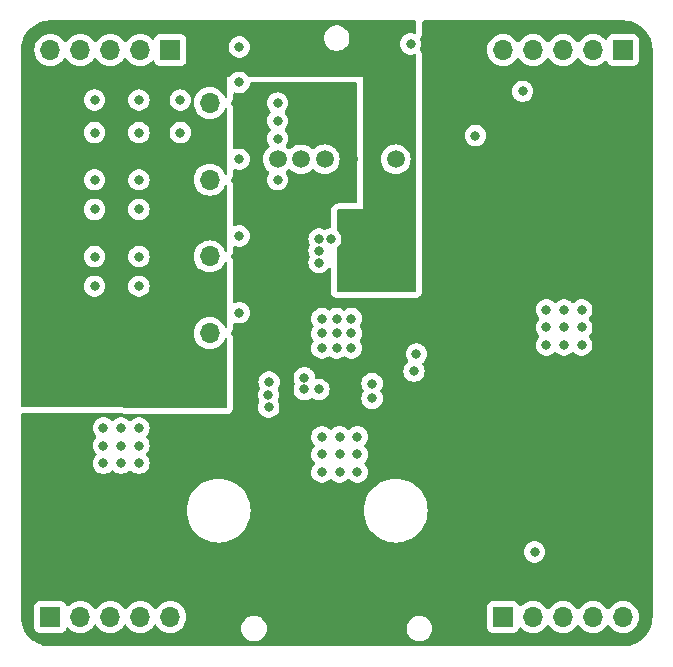
<source format=gbr>
%TF.GenerationSoftware,KiCad,Pcbnew,7.0.7-7.0.7~ubuntu22.04.1*%
%TF.CreationDate,2023-10-06T15:12:16+02:00*%
%TF.ProjectId,ShotClockDisplayPCB,53686f74-436c-46f6-936b-446973706c61,rev?*%
%TF.SameCoordinates,Original*%
%TF.FileFunction,Copper,L3,Inr*%
%TF.FilePolarity,Positive*%
%FSLAX46Y46*%
G04 Gerber Fmt 4.6, Leading zero omitted, Abs format (unit mm)*
G04 Created by KiCad (PCBNEW 7.0.7-7.0.7~ubuntu22.04.1) date 2023-10-06 15:12:16*
%MOMM*%
%LPD*%
G01*
G04 APERTURE LIST*
%TA.AperFunction,ComponentPad*%
%ADD10R,1.700000X1.700000*%
%TD*%
%TA.AperFunction,ComponentPad*%
%ADD11O,1.700000X1.700000*%
%TD*%
%TA.AperFunction,ComponentPad*%
%ADD12C,1.500000*%
%TD*%
%TA.AperFunction,ViaPad*%
%ADD13C,0.800000*%
%TD*%
G04 APERTURE END LIST*
D10*
%TO.N,+3.3V*%
%TO.C,J2*%
X41750000Y-41525000D03*
D11*
%TO.N,/I2C PWM IO Expander/A1*%
X41750000Y-38985000D03*
%TD*%
D10*
%TO.N,/Segment Display Connectors/5V_CONN1*%
%TO.C,J5*%
X28250000Y-76000000D03*
D11*
%TO.N,SEG1_E*%
X30790000Y-76000000D03*
%TO.N,SEG1_D*%
X33330000Y-76000000D03*
%TO.N,SEG1_C*%
X35870000Y-76000000D03*
%TO.N,/Segment Display Connectors/5V_CONN1*%
X38410000Y-76000000D03*
%TD*%
D10*
%TO.N,+3.3V*%
%TO.C,J4*%
X41750000Y-54525000D03*
D11*
%TO.N,/I2C PWM IO Expander/A3*%
X41750000Y-51985000D03*
%TD*%
D10*
%TO.N,SEG1_B*%
%TO.C,J7*%
X38410000Y-28000000D03*
D11*
%TO.N,SEG1_A*%
X35870000Y-28000000D03*
%TO.N,SEG1_DP*%
X33330000Y-28000000D03*
%TO.N,SEG1_F*%
X30790000Y-28000000D03*
%TO.N,SEG1_G*%
X28250000Y-28000000D03*
%TD*%
D12*
%TO.N,/I2C PWM IO Expander/TLC59116_RESETn*%
%TO.C,U1*%
X57500000Y-37250000D03*
%TO.N,+3.3V*%
X55500000Y-37250000D03*
%TO.N,+5V*%
X53500000Y-37250000D03*
%TO.N,/I2C PWM IO Expander/I2C1_SCL*%
X51500000Y-37250000D03*
%TO.N,/I2C PWM IO Expander/I2C1_SDA*%
X49500000Y-37250000D03*
%TO.N,GND*%
X47500000Y-37250000D03*
%TD*%
D10*
%TO.N,+3.3V*%
%TO.C,J1*%
X41750000Y-35025000D03*
D11*
%TO.N,/I2C PWM IO Expander/A0*%
X41750000Y-32485000D03*
%TD*%
D10*
%TO.N,+3.3V*%
%TO.C,J3*%
X41750000Y-48025000D03*
D11*
%TO.N,/I2C PWM IO Expander/A2*%
X41750000Y-45485000D03*
%TD*%
D10*
%TO.N,/Segment Display Connectors/5V_CONN2*%
%TO.C,J6*%
X66590000Y-76000000D03*
D11*
%TO.N,SEG2_E*%
X69130000Y-76000000D03*
%TO.N,SEG2_D*%
X71670000Y-76000000D03*
%TO.N,SEG2_C*%
X74210000Y-76000000D03*
%TO.N,/Segment Display Connectors/5V_CONN2*%
X76750000Y-76000000D03*
%TD*%
D10*
%TO.N,SEG2_B*%
%TO.C,J8*%
X76750000Y-28000000D03*
D11*
%TO.N,SEG2_A*%
X74210000Y-28000000D03*
%TO.N,SEG2_DP*%
X71670000Y-28000000D03*
%TO.N,SEG2_F*%
X69130000Y-28000000D03*
%TO.N,SEG2_G*%
X66590000Y-28000000D03*
%TD*%
D13*
%TO.N,+5V*%
X62750000Y-67500000D03*
X34000000Y-69250000D03*
X64250000Y-69000000D03*
X34000000Y-70750000D03*
X61250000Y-67500000D03*
X34000000Y-67750000D03*
X31000000Y-69250000D03*
X53500000Y-32750000D03*
X32500000Y-67750000D03*
X61250000Y-70500000D03*
X64250000Y-70500000D03*
X62750000Y-69000000D03*
X64250000Y-67500000D03*
X32500000Y-70750000D03*
X53500000Y-34000000D03*
X31000000Y-67750000D03*
X61250000Y-69000000D03*
X53500000Y-39000000D03*
X31000000Y-70750000D03*
X53500000Y-35500000D03*
X62750000Y-70500000D03*
X32500000Y-69250000D03*
%TO.N,GND*%
X34250000Y-60000000D03*
X39250000Y-32250000D03*
X51250000Y-53250000D03*
X39250000Y-35000000D03*
X52750000Y-63750000D03*
X35750000Y-39000000D03*
X51250000Y-63750000D03*
X32000000Y-41500000D03*
X52500000Y-50750000D03*
X51250000Y-62250000D03*
X73250000Y-51500000D03*
X44250000Y-27750000D03*
X71750000Y-50000000D03*
X47500000Y-34000000D03*
X53750000Y-52000000D03*
X32750000Y-60000000D03*
X52750000Y-60750000D03*
X52500000Y-52000000D03*
X71750000Y-51500000D03*
X35750000Y-61500000D03*
X32750000Y-63000000D03*
X32000000Y-39000000D03*
X54250000Y-63750000D03*
X71750000Y-53000000D03*
X34250000Y-63000000D03*
X51250000Y-52000000D03*
X73250000Y-50000000D03*
X54250000Y-60750000D03*
X51250000Y-50750000D03*
X35750000Y-48000000D03*
X44250000Y-37250000D03*
X51250000Y-60750000D03*
X52500000Y-53250000D03*
X54250000Y-62250000D03*
X32000000Y-48000000D03*
X70250000Y-51500000D03*
X32000000Y-35000000D03*
X47500000Y-39000000D03*
X44250000Y-30750000D03*
X35750000Y-63000000D03*
X53750000Y-53250000D03*
X44250000Y-50250000D03*
X68250000Y-31500000D03*
X44250000Y-43750000D03*
X69250000Y-70500000D03*
X58750000Y-27500000D03*
X32000000Y-32250000D03*
X35750000Y-60000000D03*
X51000000Y-45000000D03*
X47500000Y-32500000D03*
X73250000Y-53000000D03*
X70250000Y-53000000D03*
X32000000Y-45500000D03*
X52750000Y-62250000D03*
X32750000Y-61500000D03*
X35750000Y-45500000D03*
X35750000Y-41500000D03*
X35750000Y-32250000D03*
X34250000Y-61500000D03*
X47500000Y-35500000D03*
X35750000Y-35000000D03*
X70250000Y-50000000D03*
X53750000Y-50750000D03*
X64250000Y-35250000D03*
X51000000Y-46000000D03*
X52000000Y-44000000D03*
X51000000Y-44000000D03*
%TO.N,+3.3V*%
X55500000Y-32750000D03*
X53500000Y-42750000D03*
X55500000Y-34000000D03*
X55500000Y-39000000D03*
X53500000Y-44750000D03*
X53500000Y-43750000D03*
X55500000Y-35250000D03*
%TO.N,SEG1_DP*%
X51000000Y-56750000D03*
X46772332Y-56107760D03*
%TO.N,SEG1_F*%
X46720023Y-57220023D03*
X49750000Y-55750000D03*
%TO.N,SEG1_G*%
X46750000Y-58250000D03*
X49750000Y-56750000D03*
%TO.N,SEG2_B*%
X59250000Y-53750000D03*
X55500000Y-56250000D03*
%TO.N,SEG2_A*%
X59041460Y-55208540D03*
X55500000Y-57500000D03*
%TD*%
%TA.AperFunction,Conductor*%
%TO.N,+3.3V*%
G36*
X59193039Y-25520185D02*
G01*
X59238794Y-25572989D01*
X59250000Y-25624500D01*
X59250000Y-26545950D01*
X59230315Y-26612989D01*
X59177511Y-26658744D01*
X59108353Y-26668688D01*
X59075565Y-26659230D01*
X59029802Y-26638855D01*
X58884000Y-26607865D01*
X58844646Y-26599500D01*
X58655354Y-26599500D01*
X58622897Y-26606398D01*
X58470197Y-26638855D01*
X58470192Y-26638857D01*
X58297270Y-26715848D01*
X58297265Y-26715851D01*
X58144129Y-26827111D01*
X58017466Y-26967785D01*
X57922821Y-27131715D01*
X57922818Y-27131722D01*
X57894855Y-27217785D01*
X57864326Y-27311744D01*
X57844540Y-27500000D01*
X57864326Y-27688256D01*
X57864327Y-27688259D01*
X57922818Y-27868277D01*
X57922821Y-27868284D01*
X58017467Y-28032216D01*
X58144128Y-28172887D01*
X58144129Y-28172888D01*
X58297265Y-28284148D01*
X58297270Y-28284151D01*
X58470192Y-28361142D01*
X58470197Y-28361144D01*
X58655354Y-28400500D01*
X58655355Y-28400500D01*
X58844644Y-28400500D01*
X58844646Y-28400500D01*
X59029803Y-28361144D01*
X59059528Y-28347909D01*
X59075564Y-28340770D01*
X59144814Y-28331485D01*
X59208090Y-28361113D01*
X59245304Y-28420247D01*
X59250000Y-28454049D01*
X59250000Y-48376000D01*
X59230315Y-48443039D01*
X59177511Y-48488794D01*
X59126000Y-48500000D01*
X52624000Y-48500000D01*
X52556961Y-48480315D01*
X52511206Y-48427511D01*
X52500000Y-48376000D01*
X52500000Y-44812988D01*
X52519685Y-44745949D01*
X52551113Y-44712671D01*
X52605871Y-44672888D01*
X52732533Y-44532216D01*
X52827179Y-44368284D01*
X52885674Y-44188256D01*
X52905460Y-44000000D01*
X52885674Y-43811744D01*
X52827179Y-43631716D01*
X52732533Y-43467784D01*
X52655037Y-43381716D01*
X52605876Y-43327116D01*
X52605871Y-43327112D01*
X52551113Y-43287327D01*
X52508448Y-43231997D01*
X52500000Y-43187010D01*
X52500000Y-41624000D01*
X52519685Y-41556961D01*
X52572489Y-41511206D01*
X52624000Y-41500000D01*
X54750000Y-41500000D01*
X54750000Y-37313024D01*
X54750236Y-37307618D01*
X54755277Y-37250002D01*
X56244723Y-37250002D01*
X56263793Y-37467975D01*
X56263793Y-37467979D01*
X56320422Y-37679322D01*
X56320424Y-37679326D01*
X56320425Y-37679330D01*
X56335239Y-37711098D01*
X56412897Y-37877638D01*
X56412898Y-37877639D01*
X56538402Y-38056877D01*
X56693123Y-38211598D01*
X56872361Y-38337102D01*
X57070670Y-38429575D01*
X57282023Y-38486207D01*
X57464926Y-38502208D01*
X57499998Y-38505277D01*
X57500000Y-38505277D01*
X57500002Y-38505277D01*
X57528254Y-38502805D01*
X57717977Y-38486207D01*
X57929330Y-38429575D01*
X58127639Y-38337102D01*
X58306877Y-38211598D01*
X58461598Y-38056877D01*
X58587102Y-37877639D01*
X58679575Y-37679330D01*
X58736207Y-37467977D01*
X58755277Y-37250000D01*
X58736207Y-37032023D01*
X58679575Y-36820670D01*
X58587102Y-36622362D01*
X58587100Y-36622359D01*
X58587099Y-36622357D01*
X58461599Y-36443124D01*
X58407331Y-36388856D01*
X58306877Y-36288402D01*
X58127639Y-36162898D01*
X58127640Y-36162898D01*
X58127638Y-36162897D01*
X58028484Y-36116661D01*
X57929330Y-36070425D01*
X57929326Y-36070424D01*
X57929322Y-36070422D01*
X57717977Y-36013793D01*
X57500002Y-35994723D01*
X57499998Y-35994723D01*
X57354682Y-36007436D01*
X57282023Y-36013793D01*
X57282020Y-36013793D01*
X57070677Y-36070422D01*
X57070668Y-36070426D01*
X56872361Y-36162898D01*
X56872357Y-36162900D01*
X56693121Y-36288402D01*
X56538402Y-36443121D01*
X56412900Y-36622357D01*
X56412898Y-36622361D01*
X56320426Y-36820668D01*
X56320422Y-36820677D01*
X56263793Y-37032020D01*
X56263793Y-37032024D01*
X56244723Y-37249997D01*
X56244723Y-37250002D01*
X54755277Y-37250002D01*
X54755277Y-37250001D01*
X54755277Y-37249998D01*
X54750236Y-37192381D01*
X54750000Y-37186975D01*
X54750000Y-30250000D01*
X45066749Y-30250000D01*
X44999710Y-30230315D01*
X44974599Y-30208972D01*
X44855870Y-30077111D01*
X44702734Y-29965851D01*
X44702729Y-29965848D01*
X44529807Y-29888857D01*
X44529802Y-29888855D01*
X44384001Y-29857865D01*
X44344646Y-29849500D01*
X44155354Y-29849500D01*
X44122897Y-29856398D01*
X43970197Y-29888855D01*
X43970192Y-29888857D01*
X43797270Y-29965848D01*
X43797265Y-29965851D01*
X43644129Y-30077111D01*
X43525401Y-30208972D01*
X43465914Y-30245621D01*
X43433251Y-30250000D01*
X43250000Y-30250000D01*
X43250037Y-31881722D01*
X43250039Y-31946956D01*
X43230356Y-32013996D01*
X43177553Y-32059752D01*
X43108395Y-32069697D01*
X43044838Y-32040674D01*
X43013657Y-31999364D01*
X42924035Y-31807171D01*
X42924034Y-31807169D01*
X42788494Y-31613597D01*
X42621402Y-31446506D01*
X42621395Y-31446501D01*
X42427834Y-31310967D01*
X42427830Y-31310965D01*
X42427830Y-31310964D01*
X42213663Y-31211097D01*
X42213659Y-31211096D01*
X42213655Y-31211094D01*
X41985413Y-31149938D01*
X41985403Y-31149936D01*
X41750001Y-31129341D01*
X41749999Y-31129341D01*
X41514596Y-31149936D01*
X41514586Y-31149938D01*
X41286344Y-31211094D01*
X41286335Y-31211098D01*
X41072171Y-31310964D01*
X41072169Y-31310965D01*
X40878597Y-31446505D01*
X40711505Y-31613597D01*
X40575965Y-31807169D01*
X40575964Y-31807171D01*
X40476098Y-32021335D01*
X40476094Y-32021344D01*
X40414938Y-32249586D01*
X40414936Y-32249596D01*
X40394341Y-32484999D01*
X40394341Y-32485000D01*
X40414936Y-32720403D01*
X40414938Y-32720413D01*
X40476094Y-32948655D01*
X40476096Y-32948659D01*
X40476097Y-32948663D01*
X40551863Y-33111144D01*
X40575965Y-33162830D01*
X40575967Y-33162834D01*
X40637001Y-33249999D01*
X40711505Y-33356401D01*
X40878599Y-33523495D01*
X40975384Y-33591265D01*
X41072165Y-33659032D01*
X41072167Y-33659033D01*
X41072170Y-33659035D01*
X41286337Y-33758903D01*
X41514592Y-33820063D01*
X41702918Y-33836539D01*
X41749999Y-33840659D01*
X41750000Y-33840659D01*
X41750001Y-33840659D01*
X41789234Y-33837226D01*
X41985408Y-33820063D01*
X42213663Y-33758903D01*
X42427830Y-33659035D01*
X42621401Y-33523495D01*
X42788495Y-33356401D01*
X42924035Y-33162830D01*
X43013682Y-32970581D01*
X43059853Y-32918143D01*
X43127047Y-32898991D01*
X43193928Y-32919207D01*
X43239262Y-32972372D01*
X43250063Y-33022984D01*
X43250187Y-38447275D01*
X43230504Y-38514315D01*
X43177701Y-38560071D01*
X43108543Y-38570016D01*
X43044986Y-38540993D01*
X43013805Y-38499683D01*
X42998930Y-38467784D01*
X42924035Y-38307171D01*
X42860093Y-38215851D01*
X42788494Y-38113597D01*
X42621402Y-37946506D01*
X42621395Y-37946501D01*
X42427834Y-37810967D01*
X42427830Y-37810965D01*
X42427830Y-37810964D01*
X42213663Y-37711097D01*
X42213659Y-37711096D01*
X42213655Y-37711094D01*
X41985413Y-37649938D01*
X41985403Y-37649936D01*
X41750001Y-37629341D01*
X41749999Y-37629341D01*
X41514596Y-37649936D01*
X41514586Y-37649938D01*
X41286344Y-37711094D01*
X41286335Y-37711098D01*
X41072171Y-37810964D01*
X41072169Y-37810965D01*
X40878597Y-37946505D01*
X40711505Y-38113597D01*
X40575965Y-38307169D01*
X40575964Y-38307171D01*
X40476098Y-38521335D01*
X40476094Y-38521344D01*
X40414938Y-38749586D01*
X40414936Y-38749596D01*
X40394341Y-38984999D01*
X40394341Y-38985000D01*
X40414936Y-39220403D01*
X40414938Y-39220413D01*
X40476094Y-39448655D01*
X40476096Y-39448659D01*
X40476097Y-39448663D01*
X40487004Y-39472053D01*
X40575965Y-39662830D01*
X40575967Y-39662834D01*
X40660913Y-39784148D01*
X40711505Y-39856401D01*
X40878599Y-40023495D01*
X40975384Y-40091264D01*
X41072165Y-40159032D01*
X41072167Y-40159033D01*
X41072170Y-40159035D01*
X41286337Y-40258903D01*
X41514592Y-40320063D01*
X41702918Y-40336539D01*
X41749999Y-40340659D01*
X41750000Y-40340659D01*
X41750001Y-40340659D01*
X41789234Y-40337226D01*
X41985408Y-40320063D01*
X42213663Y-40258903D01*
X42427830Y-40159035D01*
X42621401Y-40023495D01*
X42788495Y-39856401D01*
X42924035Y-39662830D01*
X43013831Y-39470261D01*
X43060002Y-39417824D01*
X43127196Y-39398672D01*
X43194077Y-39418888D01*
X43239411Y-39472053D01*
X43250212Y-39522665D01*
X43250336Y-44947594D01*
X43230653Y-45014634D01*
X43177850Y-45060390D01*
X43108692Y-45070335D01*
X43045135Y-45041312D01*
X43013954Y-45000002D01*
X42998930Y-44967784D01*
X42924035Y-44807171D01*
X42907917Y-44784151D01*
X42788494Y-44613597D01*
X42621402Y-44446506D01*
X42621395Y-44446501D01*
X42427834Y-44310967D01*
X42427830Y-44310965D01*
X42427828Y-44310964D01*
X42213663Y-44211097D01*
X42213659Y-44211096D01*
X42213655Y-44211094D01*
X41985413Y-44149938D01*
X41985403Y-44149936D01*
X41750001Y-44129341D01*
X41749999Y-44129341D01*
X41514596Y-44149936D01*
X41514586Y-44149938D01*
X41286344Y-44211094D01*
X41286335Y-44211098D01*
X41072171Y-44310964D01*
X41072169Y-44310965D01*
X40878597Y-44446505D01*
X40711505Y-44613597D01*
X40575965Y-44807169D01*
X40575964Y-44807171D01*
X40476098Y-45021335D01*
X40476094Y-45021344D01*
X40414938Y-45249586D01*
X40414936Y-45249596D01*
X40394341Y-45484999D01*
X40394341Y-45485000D01*
X40414936Y-45720403D01*
X40414938Y-45720413D01*
X40476094Y-45948655D01*
X40476096Y-45948659D01*
X40476097Y-45948663D01*
X40500036Y-46000000D01*
X40575965Y-46162830D01*
X40575967Y-46162834D01*
X40593768Y-46188256D01*
X40711505Y-46356401D01*
X40878599Y-46523495D01*
X40891054Y-46532216D01*
X41072165Y-46659032D01*
X41072167Y-46659033D01*
X41072170Y-46659035D01*
X41286337Y-46758903D01*
X41514592Y-46820063D01*
X41702918Y-46836539D01*
X41749999Y-46840659D01*
X41750000Y-46840659D01*
X41750001Y-46840659D01*
X41789234Y-46837226D01*
X41985408Y-46820063D01*
X42213663Y-46758903D01*
X42427830Y-46659035D01*
X42621401Y-46523495D01*
X42788495Y-46356401D01*
X42924035Y-46162830D01*
X43013980Y-45969942D01*
X43060151Y-45917505D01*
X43127345Y-45898353D01*
X43194226Y-45918569D01*
X43239560Y-45971734D01*
X43250361Y-46022346D01*
X43250485Y-51447913D01*
X43230802Y-51514953D01*
X43177999Y-51560709D01*
X43108841Y-51570654D01*
X43045284Y-51541631D01*
X43014103Y-51500321D01*
X42924035Y-51307171D01*
X42924034Y-51307169D01*
X42788494Y-51113597D01*
X42621402Y-50946506D01*
X42621395Y-50946501D01*
X42427834Y-50810967D01*
X42427830Y-50810965D01*
X42427828Y-50810964D01*
X42213663Y-50711097D01*
X42213659Y-50711096D01*
X42213655Y-50711094D01*
X41985413Y-50649938D01*
X41985403Y-50649936D01*
X41750001Y-50629341D01*
X41749999Y-50629341D01*
X41514596Y-50649936D01*
X41514586Y-50649938D01*
X41286344Y-50711094D01*
X41286335Y-50711098D01*
X41072171Y-50810964D01*
X41072169Y-50810965D01*
X40878597Y-50946505D01*
X40711505Y-51113597D01*
X40575965Y-51307169D01*
X40575964Y-51307171D01*
X40476098Y-51521335D01*
X40476094Y-51521344D01*
X40414938Y-51749586D01*
X40414936Y-51749596D01*
X40394341Y-51984999D01*
X40394341Y-51985000D01*
X40414936Y-52220403D01*
X40414938Y-52220413D01*
X40476094Y-52448655D01*
X40476096Y-52448659D01*
X40476097Y-52448663D01*
X40515059Y-52532216D01*
X40575965Y-52662830D01*
X40575967Y-52662834D01*
X40614444Y-52717784D01*
X40711505Y-52856401D01*
X40878599Y-53023495D01*
X40933224Y-53061744D01*
X41072165Y-53159032D01*
X41072167Y-53159033D01*
X41072170Y-53159035D01*
X41286337Y-53258903D01*
X41514592Y-53320063D01*
X41702918Y-53336539D01*
X41749999Y-53340659D01*
X41750000Y-53340659D01*
X41750001Y-53340659D01*
X41789234Y-53337226D01*
X41985408Y-53320063D01*
X42213663Y-53258903D01*
X42427830Y-53159035D01*
X42621401Y-53023495D01*
X42788495Y-52856401D01*
X42924035Y-52662830D01*
X43014128Y-52469624D01*
X43060299Y-52417186D01*
X43127492Y-52398034D01*
X43194374Y-52418249D01*
X43239708Y-52471415D01*
X43250509Y-52522027D01*
X43250640Y-58214193D01*
X43230957Y-58281233D01*
X43178154Y-58326989D01*
X43126076Y-58338195D01*
X25873935Y-58259666D01*
X25806985Y-58239676D01*
X25761471Y-58186665D01*
X25750499Y-58135669D01*
X25750499Y-48000000D01*
X31094540Y-48000000D01*
X31114326Y-48188256D01*
X31114327Y-48188259D01*
X31172818Y-48368277D01*
X31172821Y-48368284D01*
X31267467Y-48532216D01*
X31394129Y-48672888D01*
X31547265Y-48784148D01*
X31547270Y-48784151D01*
X31720192Y-48861142D01*
X31720197Y-48861144D01*
X31905354Y-48900500D01*
X31905355Y-48900500D01*
X32094644Y-48900500D01*
X32094646Y-48900500D01*
X32279803Y-48861144D01*
X32452730Y-48784151D01*
X32605871Y-48672888D01*
X32732533Y-48532216D01*
X32827179Y-48368284D01*
X32885674Y-48188256D01*
X32905460Y-48000000D01*
X34844540Y-48000000D01*
X34864326Y-48188256D01*
X34864327Y-48188259D01*
X34922818Y-48368277D01*
X34922821Y-48368284D01*
X35017467Y-48532216D01*
X35144129Y-48672888D01*
X35297265Y-48784148D01*
X35297270Y-48784151D01*
X35470192Y-48861142D01*
X35470197Y-48861144D01*
X35655354Y-48900500D01*
X35655355Y-48900500D01*
X35844644Y-48900500D01*
X35844646Y-48900500D01*
X36029803Y-48861144D01*
X36202730Y-48784151D01*
X36355871Y-48672888D01*
X36482533Y-48532216D01*
X36577179Y-48368284D01*
X36635674Y-48188256D01*
X36655460Y-48000000D01*
X36635674Y-47811744D01*
X36577179Y-47631716D01*
X36482533Y-47467784D01*
X36355871Y-47327112D01*
X36355870Y-47327111D01*
X36202734Y-47215851D01*
X36202729Y-47215848D01*
X36029807Y-47138857D01*
X36029802Y-47138855D01*
X35884001Y-47107865D01*
X35844646Y-47099500D01*
X35655354Y-47099500D01*
X35622897Y-47106398D01*
X35470197Y-47138855D01*
X35470192Y-47138857D01*
X35297270Y-47215848D01*
X35297265Y-47215851D01*
X35144129Y-47327111D01*
X35017466Y-47467785D01*
X34922821Y-47631715D01*
X34922818Y-47631722D01*
X34864327Y-47811740D01*
X34864326Y-47811744D01*
X34844540Y-48000000D01*
X32905460Y-48000000D01*
X32885674Y-47811744D01*
X32827179Y-47631716D01*
X32732533Y-47467784D01*
X32605871Y-47327112D01*
X32605870Y-47327111D01*
X32452734Y-47215851D01*
X32452729Y-47215848D01*
X32279807Y-47138857D01*
X32279802Y-47138855D01*
X32134001Y-47107865D01*
X32094646Y-47099500D01*
X31905354Y-47099500D01*
X31872897Y-47106398D01*
X31720197Y-47138855D01*
X31720192Y-47138857D01*
X31547270Y-47215848D01*
X31547265Y-47215851D01*
X31394129Y-47327111D01*
X31267466Y-47467785D01*
X31172821Y-47631715D01*
X31172818Y-47631722D01*
X31114327Y-47811740D01*
X31114326Y-47811744D01*
X31094540Y-48000000D01*
X25750499Y-48000000D01*
X25750499Y-45500000D01*
X31094540Y-45500000D01*
X31114326Y-45688256D01*
X31114327Y-45688259D01*
X31172818Y-45868277D01*
X31172821Y-45868284D01*
X31267467Y-46032216D01*
X31385073Y-46162830D01*
X31394129Y-46172888D01*
X31547265Y-46284148D01*
X31547270Y-46284151D01*
X31720192Y-46361142D01*
X31720197Y-46361144D01*
X31905354Y-46400500D01*
X31905355Y-46400500D01*
X32094644Y-46400500D01*
X32094646Y-46400500D01*
X32279803Y-46361144D01*
X32452730Y-46284151D01*
X32605871Y-46172888D01*
X32732533Y-46032216D01*
X32827179Y-45868284D01*
X32885674Y-45688256D01*
X32905460Y-45500000D01*
X34844540Y-45500000D01*
X34864326Y-45688256D01*
X34864327Y-45688259D01*
X34922818Y-45868277D01*
X34922821Y-45868284D01*
X35017467Y-46032216D01*
X35135073Y-46162830D01*
X35144129Y-46172888D01*
X35297265Y-46284148D01*
X35297270Y-46284151D01*
X35470192Y-46361142D01*
X35470197Y-46361144D01*
X35655354Y-46400500D01*
X35655355Y-46400500D01*
X35844644Y-46400500D01*
X35844646Y-46400500D01*
X36029803Y-46361144D01*
X36202730Y-46284151D01*
X36355871Y-46172888D01*
X36482533Y-46032216D01*
X36577179Y-45868284D01*
X36635674Y-45688256D01*
X36655460Y-45500000D01*
X36635674Y-45311744D01*
X36577179Y-45131716D01*
X36482533Y-44967784D01*
X36355871Y-44827112D01*
X36334719Y-44811744D01*
X36202734Y-44715851D01*
X36202729Y-44715848D01*
X36029807Y-44638857D01*
X36029802Y-44638855D01*
X35884001Y-44607865D01*
X35844646Y-44599500D01*
X35655354Y-44599500D01*
X35622897Y-44606398D01*
X35470197Y-44638855D01*
X35470192Y-44638857D01*
X35297270Y-44715848D01*
X35297265Y-44715851D01*
X35144129Y-44827111D01*
X35017466Y-44967785D01*
X34922821Y-45131715D01*
X34922818Y-45131722D01*
X34884519Y-45249596D01*
X34864326Y-45311744D01*
X34844540Y-45500000D01*
X32905460Y-45500000D01*
X32885674Y-45311744D01*
X32827179Y-45131716D01*
X32732533Y-44967784D01*
X32605871Y-44827112D01*
X32584719Y-44811744D01*
X32452734Y-44715851D01*
X32452729Y-44715848D01*
X32279807Y-44638857D01*
X32279802Y-44638855D01*
X32134000Y-44607865D01*
X32094646Y-44599500D01*
X31905354Y-44599500D01*
X31872897Y-44606398D01*
X31720197Y-44638855D01*
X31720192Y-44638857D01*
X31547270Y-44715848D01*
X31547265Y-44715851D01*
X31394129Y-44827111D01*
X31267466Y-44967785D01*
X31172821Y-45131715D01*
X31172818Y-45131722D01*
X31134519Y-45249596D01*
X31114326Y-45311744D01*
X31094540Y-45500000D01*
X25750499Y-45500000D01*
X25750499Y-41500000D01*
X31094540Y-41500000D01*
X31114326Y-41688256D01*
X31114327Y-41688259D01*
X31172818Y-41868277D01*
X31172821Y-41868284D01*
X31267467Y-42032216D01*
X31394129Y-42172888D01*
X31547265Y-42284148D01*
X31547270Y-42284151D01*
X31720192Y-42361142D01*
X31720197Y-42361144D01*
X31905354Y-42400500D01*
X31905355Y-42400500D01*
X32094644Y-42400500D01*
X32094646Y-42400500D01*
X32279803Y-42361144D01*
X32452730Y-42284151D01*
X32605871Y-42172888D01*
X32732533Y-42032216D01*
X32827179Y-41868284D01*
X32885674Y-41688256D01*
X32905460Y-41500000D01*
X34844540Y-41500000D01*
X34864326Y-41688256D01*
X34864327Y-41688259D01*
X34922818Y-41868277D01*
X34922821Y-41868284D01*
X35017467Y-42032216D01*
X35144129Y-42172888D01*
X35297265Y-42284148D01*
X35297270Y-42284151D01*
X35470192Y-42361142D01*
X35470197Y-42361144D01*
X35655354Y-42400500D01*
X35655355Y-42400500D01*
X35844644Y-42400500D01*
X35844646Y-42400500D01*
X36029803Y-42361144D01*
X36202730Y-42284151D01*
X36355871Y-42172888D01*
X36482533Y-42032216D01*
X36577179Y-41868284D01*
X36635674Y-41688256D01*
X36655460Y-41500000D01*
X36635674Y-41311744D01*
X36577179Y-41131716D01*
X36482533Y-40967784D01*
X36355871Y-40827112D01*
X36355870Y-40827111D01*
X36202734Y-40715851D01*
X36202729Y-40715848D01*
X36029807Y-40638857D01*
X36029802Y-40638855D01*
X35884000Y-40607865D01*
X35844646Y-40599500D01*
X35655354Y-40599500D01*
X35622897Y-40606398D01*
X35470197Y-40638855D01*
X35470192Y-40638857D01*
X35297270Y-40715848D01*
X35297265Y-40715851D01*
X35144129Y-40827111D01*
X35017466Y-40967785D01*
X34922821Y-41131715D01*
X34922818Y-41131722D01*
X34864327Y-41311740D01*
X34864326Y-41311744D01*
X34844540Y-41500000D01*
X32905460Y-41500000D01*
X32885674Y-41311744D01*
X32827179Y-41131716D01*
X32732533Y-40967784D01*
X32605871Y-40827112D01*
X32605870Y-40827111D01*
X32452734Y-40715851D01*
X32452729Y-40715848D01*
X32279807Y-40638857D01*
X32279802Y-40638855D01*
X32134000Y-40607865D01*
X32094646Y-40599500D01*
X31905354Y-40599500D01*
X31872897Y-40606398D01*
X31720197Y-40638855D01*
X31720192Y-40638857D01*
X31547270Y-40715848D01*
X31547265Y-40715851D01*
X31394129Y-40827111D01*
X31267466Y-40967785D01*
X31172821Y-41131715D01*
X31172818Y-41131722D01*
X31114327Y-41311740D01*
X31114326Y-41311744D01*
X31094540Y-41500000D01*
X25750499Y-41500000D01*
X25750499Y-39000000D01*
X31094540Y-39000000D01*
X31114326Y-39188256D01*
X31114327Y-39188259D01*
X31172818Y-39368277D01*
X31172821Y-39368284D01*
X31267467Y-39532216D01*
X31385073Y-39662830D01*
X31394129Y-39672888D01*
X31547265Y-39784148D01*
X31547270Y-39784151D01*
X31720192Y-39861142D01*
X31720197Y-39861144D01*
X31905354Y-39900500D01*
X31905355Y-39900500D01*
X32094644Y-39900500D01*
X32094646Y-39900500D01*
X32279803Y-39861144D01*
X32452730Y-39784151D01*
X32605871Y-39672888D01*
X32732533Y-39532216D01*
X32827179Y-39368284D01*
X32885674Y-39188256D01*
X32905460Y-39000000D01*
X34844540Y-39000000D01*
X34864326Y-39188256D01*
X34864327Y-39188259D01*
X34922818Y-39368277D01*
X34922821Y-39368284D01*
X35017467Y-39532216D01*
X35135073Y-39662830D01*
X35144129Y-39672888D01*
X35297265Y-39784148D01*
X35297270Y-39784151D01*
X35470192Y-39861142D01*
X35470197Y-39861144D01*
X35655354Y-39900500D01*
X35655355Y-39900500D01*
X35844644Y-39900500D01*
X35844646Y-39900500D01*
X36029803Y-39861144D01*
X36202730Y-39784151D01*
X36355871Y-39672888D01*
X36482533Y-39532216D01*
X36577179Y-39368284D01*
X36635674Y-39188256D01*
X36655460Y-39000000D01*
X36635674Y-38811744D01*
X36577179Y-38631716D01*
X36482533Y-38467784D01*
X36355871Y-38327112D01*
X36355870Y-38327111D01*
X36202734Y-38215851D01*
X36202729Y-38215848D01*
X36029807Y-38138857D01*
X36029802Y-38138855D01*
X35884000Y-38107865D01*
X35844646Y-38099500D01*
X35655354Y-38099500D01*
X35622897Y-38106398D01*
X35470197Y-38138855D01*
X35470192Y-38138857D01*
X35297270Y-38215848D01*
X35297265Y-38215851D01*
X35144129Y-38327111D01*
X35017466Y-38467785D01*
X34922821Y-38631715D01*
X34922818Y-38631722D01*
X34884519Y-38749596D01*
X34864326Y-38811744D01*
X34844540Y-39000000D01*
X32905460Y-39000000D01*
X32885674Y-38811744D01*
X32827179Y-38631716D01*
X32732533Y-38467784D01*
X32605871Y-38327112D01*
X32605870Y-38327111D01*
X32452734Y-38215851D01*
X32452729Y-38215848D01*
X32279807Y-38138857D01*
X32279802Y-38138855D01*
X32134001Y-38107865D01*
X32094646Y-38099500D01*
X31905354Y-38099500D01*
X31872897Y-38106398D01*
X31720197Y-38138855D01*
X31720192Y-38138857D01*
X31547270Y-38215848D01*
X31547265Y-38215851D01*
X31394129Y-38327111D01*
X31267466Y-38467785D01*
X31172821Y-38631715D01*
X31172818Y-38631722D01*
X31134519Y-38749596D01*
X31114326Y-38811744D01*
X31097577Y-38971101D01*
X31096117Y-38985000D01*
X31094540Y-39000000D01*
X25750499Y-39000000D01*
X25750499Y-35000000D01*
X31094540Y-35000000D01*
X31114326Y-35188256D01*
X31114327Y-35188259D01*
X31172818Y-35368277D01*
X31172821Y-35368284D01*
X31267467Y-35532216D01*
X31394129Y-35672888D01*
X31547265Y-35784148D01*
X31547270Y-35784151D01*
X31720192Y-35861142D01*
X31720197Y-35861144D01*
X31905354Y-35900500D01*
X31905355Y-35900500D01*
X32094644Y-35900500D01*
X32094646Y-35900500D01*
X32279803Y-35861144D01*
X32452730Y-35784151D01*
X32605871Y-35672888D01*
X32732533Y-35532216D01*
X32827179Y-35368284D01*
X32885674Y-35188256D01*
X32905460Y-35000000D01*
X34844540Y-35000000D01*
X34864326Y-35188256D01*
X34864327Y-35188259D01*
X34922818Y-35368277D01*
X34922821Y-35368284D01*
X35017467Y-35532216D01*
X35144129Y-35672888D01*
X35297265Y-35784148D01*
X35297270Y-35784151D01*
X35470192Y-35861142D01*
X35470197Y-35861144D01*
X35655354Y-35900500D01*
X35655355Y-35900500D01*
X35844644Y-35900500D01*
X35844646Y-35900500D01*
X36029803Y-35861144D01*
X36202730Y-35784151D01*
X36355871Y-35672888D01*
X36482533Y-35532216D01*
X36577179Y-35368284D01*
X36635674Y-35188256D01*
X36655460Y-35000000D01*
X38344540Y-35000000D01*
X38364326Y-35188256D01*
X38364327Y-35188259D01*
X38422818Y-35368277D01*
X38422821Y-35368284D01*
X38517467Y-35532216D01*
X38644129Y-35672888D01*
X38797265Y-35784148D01*
X38797270Y-35784151D01*
X38970192Y-35861142D01*
X38970197Y-35861144D01*
X39155354Y-35900500D01*
X39155355Y-35900500D01*
X39344644Y-35900500D01*
X39344646Y-35900500D01*
X39529803Y-35861144D01*
X39702730Y-35784151D01*
X39855871Y-35672888D01*
X39982533Y-35532216D01*
X40077179Y-35368284D01*
X40135674Y-35188256D01*
X40155460Y-35000000D01*
X40135674Y-34811744D01*
X40077179Y-34631716D01*
X39982533Y-34467784D01*
X39855871Y-34327112D01*
X39855870Y-34327111D01*
X39702734Y-34215851D01*
X39702729Y-34215848D01*
X39529807Y-34138857D01*
X39529802Y-34138855D01*
X39384000Y-34107865D01*
X39344646Y-34099500D01*
X39155354Y-34099500D01*
X39122897Y-34106398D01*
X38970197Y-34138855D01*
X38970192Y-34138857D01*
X38797270Y-34215848D01*
X38797265Y-34215851D01*
X38644129Y-34327111D01*
X38517466Y-34467785D01*
X38422821Y-34631715D01*
X38422818Y-34631722D01*
X38364327Y-34811740D01*
X38364326Y-34811744D01*
X38344540Y-35000000D01*
X36655460Y-35000000D01*
X36635674Y-34811744D01*
X36577179Y-34631716D01*
X36482533Y-34467784D01*
X36355871Y-34327112D01*
X36355870Y-34327111D01*
X36202734Y-34215851D01*
X36202729Y-34215848D01*
X36029807Y-34138857D01*
X36029802Y-34138855D01*
X35884000Y-34107865D01*
X35844646Y-34099500D01*
X35655354Y-34099500D01*
X35622897Y-34106398D01*
X35470197Y-34138855D01*
X35470192Y-34138857D01*
X35297270Y-34215848D01*
X35297265Y-34215851D01*
X35144129Y-34327111D01*
X35017466Y-34467785D01*
X34922821Y-34631715D01*
X34922818Y-34631722D01*
X34864327Y-34811740D01*
X34864326Y-34811744D01*
X34844540Y-35000000D01*
X32905460Y-35000000D01*
X32885674Y-34811744D01*
X32827179Y-34631716D01*
X32732533Y-34467784D01*
X32605871Y-34327112D01*
X32605870Y-34327111D01*
X32452734Y-34215851D01*
X32452729Y-34215848D01*
X32279807Y-34138857D01*
X32279802Y-34138855D01*
X32134001Y-34107865D01*
X32094646Y-34099500D01*
X31905354Y-34099500D01*
X31872897Y-34106398D01*
X31720197Y-34138855D01*
X31720192Y-34138857D01*
X31547270Y-34215848D01*
X31547265Y-34215851D01*
X31394129Y-34327111D01*
X31267466Y-34467785D01*
X31172821Y-34631715D01*
X31172818Y-34631722D01*
X31114327Y-34811740D01*
X31114326Y-34811744D01*
X31094540Y-35000000D01*
X25750499Y-35000000D01*
X25750499Y-32250000D01*
X31094540Y-32250000D01*
X31114326Y-32438256D01*
X31114327Y-32438259D01*
X31172818Y-32618277D01*
X31172821Y-32618284D01*
X31267467Y-32782216D01*
X31372612Y-32898991D01*
X31394129Y-32922888D01*
X31547265Y-33034148D01*
X31547270Y-33034151D01*
X31720192Y-33111142D01*
X31720197Y-33111144D01*
X31905354Y-33150500D01*
X31905355Y-33150500D01*
X32094644Y-33150500D01*
X32094646Y-33150500D01*
X32279803Y-33111144D01*
X32452730Y-33034151D01*
X32605871Y-32922888D01*
X32732533Y-32782216D01*
X32827179Y-32618284D01*
X32885674Y-32438256D01*
X32905460Y-32250000D01*
X34844540Y-32250000D01*
X34864326Y-32438256D01*
X34864327Y-32438259D01*
X34922818Y-32618277D01*
X34922821Y-32618284D01*
X35017467Y-32782216D01*
X35122612Y-32898991D01*
X35144129Y-32922888D01*
X35297265Y-33034148D01*
X35297270Y-33034151D01*
X35470192Y-33111142D01*
X35470197Y-33111144D01*
X35655354Y-33150500D01*
X35655355Y-33150500D01*
X35844644Y-33150500D01*
X35844646Y-33150500D01*
X36029803Y-33111144D01*
X36202730Y-33034151D01*
X36355871Y-32922888D01*
X36482533Y-32782216D01*
X36577179Y-32618284D01*
X36635674Y-32438256D01*
X36655460Y-32250000D01*
X38344540Y-32250000D01*
X38364326Y-32438256D01*
X38364327Y-32438259D01*
X38422818Y-32618277D01*
X38422821Y-32618284D01*
X38517467Y-32782216D01*
X38622612Y-32898991D01*
X38644129Y-32922888D01*
X38797265Y-33034148D01*
X38797270Y-33034151D01*
X38970192Y-33111142D01*
X38970197Y-33111144D01*
X39155354Y-33150500D01*
X39155355Y-33150500D01*
X39344644Y-33150500D01*
X39344646Y-33150500D01*
X39529803Y-33111144D01*
X39702730Y-33034151D01*
X39855871Y-32922888D01*
X39982533Y-32782216D01*
X40077179Y-32618284D01*
X40135674Y-32438256D01*
X40155460Y-32250000D01*
X40135674Y-32061744D01*
X40077179Y-31881716D01*
X39982533Y-31717784D01*
X39855871Y-31577112D01*
X39855870Y-31577111D01*
X39702734Y-31465851D01*
X39702729Y-31465848D01*
X39529807Y-31388857D01*
X39529802Y-31388855D01*
X39384000Y-31357865D01*
X39344646Y-31349500D01*
X39155354Y-31349500D01*
X39122897Y-31356398D01*
X38970197Y-31388855D01*
X38970192Y-31388857D01*
X38797270Y-31465848D01*
X38797265Y-31465851D01*
X38644129Y-31577111D01*
X38517466Y-31717785D01*
X38422821Y-31881715D01*
X38422818Y-31881722D01*
X38371172Y-32040674D01*
X38364326Y-32061744D01*
X38344540Y-32250000D01*
X36655460Y-32250000D01*
X36635674Y-32061744D01*
X36577179Y-31881716D01*
X36482533Y-31717784D01*
X36355871Y-31577112D01*
X36355870Y-31577111D01*
X36202734Y-31465851D01*
X36202729Y-31465848D01*
X36029807Y-31388857D01*
X36029802Y-31388855D01*
X35884000Y-31357865D01*
X35844646Y-31349500D01*
X35655354Y-31349500D01*
X35622897Y-31356398D01*
X35470197Y-31388855D01*
X35470192Y-31388857D01*
X35297270Y-31465848D01*
X35297265Y-31465851D01*
X35144129Y-31577111D01*
X35017466Y-31717785D01*
X34922821Y-31881715D01*
X34922818Y-31881722D01*
X34871172Y-32040674D01*
X34864326Y-32061744D01*
X34844540Y-32250000D01*
X32905460Y-32250000D01*
X32885674Y-32061744D01*
X32827179Y-31881716D01*
X32732533Y-31717784D01*
X32605871Y-31577112D01*
X32605870Y-31577111D01*
X32452734Y-31465851D01*
X32452729Y-31465848D01*
X32279807Y-31388857D01*
X32279802Y-31388855D01*
X32134001Y-31357865D01*
X32094646Y-31349500D01*
X31905354Y-31349500D01*
X31872897Y-31356398D01*
X31720197Y-31388855D01*
X31720192Y-31388857D01*
X31547270Y-31465848D01*
X31547265Y-31465851D01*
X31394129Y-31577111D01*
X31267466Y-31717785D01*
X31172821Y-31881715D01*
X31172818Y-31881722D01*
X31121172Y-32040674D01*
X31114326Y-32061744D01*
X31094540Y-32250000D01*
X25750499Y-32250000D01*
X25750499Y-28001875D01*
X25750556Y-28000000D01*
X26894341Y-28000000D01*
X26914936Y-28235403D01*
X26914938Y-28235413D01*
X26976094Y-28463655D01*
X26976096Y-28463659D01*
X26976097Y-28463663D01*
X27044868Y-28611142D01*
X27075965Y-28677830D01*
X27075967Y-28677834D01*
X27184281Y-28832521D01*
X27211505Y-28871401D01*
X27378599Y-29038495D01*
X27475384Y-29106264D01*
X27572165Y-29174032D01*
X27572167Y-29174033D01*
X27572170Y-29174035D01*
X27786337Y-29273903D01*
X28014592Y-29335063D01*
X28191034Y-29350500D01*
X28249999Y-29355659D01*
X28250000Y-29355659D01*
X28250001Y-29355659D01*
X28308966Y-29350500D01*
X28485408Y-29335063D01*
X28713663Y-29273903D01*
X28927830Y-29174035D01*
X29121401Y-29038495D01*
X29288495Y-28871401D01*
X29418424Y-28685842D01*
X29473002Y-28642217D01*
X29542500Y-28635023D01*
X29604855Y-28666546D01*
X29621575Y-28685842D01*
X29751500Y-28871395D01*
X29751505Y-28871401D01*
X29918599Y-29038495D01*
X30015384Y-29106264D01*
X30112165Y-29174032D01*
X30112167Y-29174033D01*
X30112170Y-29174035D01*
X30326337Y-29273903D01*
X30554592Y-29335063D01*
X30731034Y-29350500D01*
X30789999Y-29355659D01*
X30790000Y-29355659D01*
X30790001Y-29355659D01*
X30848966Y-29350500D01*
X31025408Y-29335063D01*
X31253663Y-29273903D01*
X31467830Y-29174035D01*
X31661401Y-29038495D01*
X31828495Y-28871401D01*
X31958424Y-28685842D01*
X32013002Y-28642217D01*
X32082500Y-28635023D01*
X32144855Y-28666546D01*
X32161575Y-28685842D01*
X32291500Y-28871395D01*
X32291505Y-28871401D01*
X32458599Y-29038495D01*
X32555384Y-29106264D01*
X32652165Y-29174032D01*
X32652167Y-29174033D01*
X32652170Y-29174035D01*
X32866337Y-29273903D01*
X33094592Y-29335063D01*
X33271034Y-29350500D01*
X33329999Y-29355659D01*
X33330000Y-29355659D01*
X33330001Y-29355659D01*
X33388966Y-29350500D01*
X33565408Y-29335063D01*
X33793663Y-29273903D01*
X34007830Y-29174035D01*
X34201401Y-29038495D01*
X34368495Y-28871401D01*
X34498424Y-28685842D01*
X34553002Y-28642217D01*
X34622500Y-28635023D01*
X34684855Y-28666546D01*
X34701575Y-28685842D01*
X34831500Y-28871395D01*
X34831505Y-28871401D01*
X34998599Y-29038495D01*
X35095384Y-29106265D01*
X35192165Y-29174032D01*
X35192167Y-29174033D01*
X35192170Y-29174035D01*
X35406337Y-29273903D01*
X35634592Y-29335063D01*
X35811034Y-29350500D01*
X35869999Y-29355659D01*
X35870000Y-29355659D01*
X35870001Y-29355659D01*
X35928966Y-29350500D01*
X36105408Y-29335063D01*
X36333663Y-29273903D01*
X36547830Y-29174035D01*
X36741401Y-29038495D01*
X36863329Y-28916566D01*
X36924648Y-28883084D01*
X36994340Y-28888068D01*
X37050274Y-28929939D01*
X37067189Y-28960917D01*
X37116202Y-29092328D01*
X37116206Y-29092335D01*
X37202452Y-29207544D01*
X37202455Y-29207547D01*
X37317664Y-29293793D01*
X37317671Y-29293797D01*
X37452517Y-29344091D01*
X37452516Y-29344091D01*
X37459444Y-29344835D01*
X37512127Y-29350500D01*
X39307872Y-29350499D01*
X39367483Y-29344091D01*
X39502331Y-29293796D01*
X39617546Y-29207546D01*
X39703796Y-29092331D01*
X39754091Y-28957483D01*
X39760500Y-28897873D01*
X39760499Y-27750000D01*
X43344540Y-27750000D01*
X43364326Y-27938256D01*
X43364327Y-27938259D01*
X43422818Y-28118277D01*
X43422821Y-28118284D01*
X43517467Y-28282216D01*
X43623971Y-28400500D01*
X43644129Y-28422888D01*
X43797265Y-28534148D01*
X43797270Y-28534151D01*
X43970192Y-28611142D01*
X43970197Y-28611144D01*
X44155354Y-28650500D01*
X44155355Y-28650500D01*
X44344644Y-28650500D01*
X44344646Y-28650500D01*
X44529803Y-28611144D01*
X44702730Y-28534151D01*
X44855871Y-28422888D01*
X44982533Y-28282216D01*
X45077179Y-28118284D01*
X45135674Y-27938256D01*
X45155460Y-27750000D01*
X45135674Y-27561744D01*
X45077179Y-27381716D01*
X44982533Y-27217784D01*
X44855871Y-27077112D01*
X44848567Y-27071805D01*
X44749736Y-27000000D01*
X51418888Y-27000000D01*
X51437295Y-27198649D01*
X51437295Y-27198651D01*
X51437296Y-27198654D01*
X51482572Y-27357783D01*
X51491894Y-27390546D01*
X51580816Y-27569126D01*
X51580821Y-27569134D01*
X51670781Y-27688259D01*
X51701049Y-27728340D01*
X51848484Y-27862746D01*
X52018107Y-27967772D01*
X52204140Y-28039841D01*
X52400248Y-28076500D01*
X52400250Y-28076500D01*
X52599750Y-28076500D01*
X52599752Y-28076500D01*
X52795860Y-28039841D01*
X52981893Y-27967772D01*
X53151516Y-27862746D01*
X53298951Y-27728340D01*
X53419180Y-27569132D01*
X53508107Y-27390543D01*
X53562704Y-27198654D01*
X53581112Y-27000000D01*
X53562704Y-26801346D01*
X53508107Y-26609457D01*
X53454370Y-26501538D01*
X53419183Y-26430873D01*
X53419178Y-26430865D01*
X53298951Y-26271660D01*
X53218384Y-26198213D01*
X53151516Y-26137254D01*
X53151513Y-26137252D01*
X53151512Y-26137251D01*
X52981898Y-26032231D01*
X52981891Y-26032227D01*
X52888876Y-25996193D01*
X52795860Y-25960159D01*
X52599752Y-25923500D01*
X52400248Y-25923500D01*
X52204140Y-25960159D01*
X52204137Y-25960159D01*
X52204137Y-25960160D01*
X52018108Y-26032227D01*
X52018101Y-26032231D01*
X51848487Y-26137251D01*
X51701048Y-26271660D01*
X51580821Y-26430865D01*
X51580816Y-26430873D01*
X51491894Y-26609453D01*
X51437295Y-26801350D01*
X51418888Y-26999999D01*
X51418888Y-27000000D01*
X44749736Y-27000000D01*
X44702734Y-26965851D01*
X44702729Y-26965848D01*
X44529807Y-26888857D01*
X44529802Y-26888855D01*
X44384000Y-26857865D01*
X44344646Y-26849500D01*
X44155354Y-26849500D01*
X44122897Y-26856398D01*
X43970197Y-26888855D01*
X43970192Y-26888857D01*
X43797270Y-26965848D01*
X43797265Y-26965851D01*
X43644129Y-27077111D01*
X43517466Y-27217785D01*
X43422821Y-27381715D01*
X43422818Y-27381722D01*
X43372582Y-27536335D01*
X43364326Y-27561744D01*
X43344540Y-27750000D01*
X39760499Y-27750000D01*
X39760499Y-27102128D01*
X39754091Y-27042517D01*
X39752810Y-27039083D01*
X39703797Y-26907671D01*
X39703793Y-26907664D01*
X39617547Y-26792455D01*
X39617544Y-26792452D01*
X39502335Y-26706206D01*
X39502328Y-26706202D01*
X39367482Y-26655908D01*
X39367483Y-26655908D01*
X39307883Y-26649501D01*
X39307881Y-26649500D01*
X39307873Y-26649500D01*
X39307864Y-26649500D01*
X37512129Y-26649500D01*
X37512123Y-26649501D01*
X37452516Y-26655908D01*
X37317671Y-26706202D01*
X37317664Y-26706206D01*
X37202455Y-26792452D01*
X37202452Y-26792455D01*
X37116206Y-26907664D01*
X37116203Y-26907669D01*
X37067189Y-27039083D01*
X37025317Y-27095016D01*
X36959853Y-27119433D01*
X36891580Y-27104581D01*
X36863326Y-27083430D01*
X36741402Y-26961506D01*
X36741395Y-26961501D01*
X36547834Y-26825967D01*
X36547830Y-26825965D01*
X36495043Y-26801350D01*
X36333663Y-26726097D01*
X36333659Y-26726096D01*
X36333655Y-26726094D01*
X36105413Y-26664938D01*
X36105403Y-26664936D01*
X35870001Y-26644341D01*
X35869999Y-26644341D01*
X35634596Y-26664936D01*
X35634586Y-26664938D01*
X35406344Y-26726094D01*
X35406335Y-26726098D01*
X35192171Y-26825964D01*
X35192169Y-26825965D01*
X34998597Y-26961505D01*
X34831505Y-27128597D01*
X34701575Y-27314158D01*
X34646998Y-27357783D01*
X34577500Y-27364977D01*
X34515145Y-27333454D01*
X34498425Y-27314158D01*
X34368494Y-27128597D01*
X34201402Y-26961506D01*
X34201395Y-26961501D01*
X34007834Y-26825967D01*
X34007830Y-26825965D01*
X33955043Y-26801350D01*
X33793663Y-26726097D01*
X33793659Y-26726096D01*
X33793655Y-26726094D01*
X33565413Y-26664938D01*
X33565403Y-26664936D01*
X33330001Y-26644341D01*
X33329999Y-26644341D01*
X33094596Y-26664936D01*
X33094586Y-26664938D01*
X32866344Y-26726094D01*
X32866335Y-26726098D01*
X32652171Y-26825964D01*
X32652169Y-26825965D01*
X32458597Y-26961505D01*
X32291508Y-27128594D01*
X32161574Y-27314159D01*
X32106997Y-27357784D01*
X32037498Y-27364976D01*
X31975144Y-27333454D01*
X31958424Y-27314158D01*
X31828494Y-27128597D01*
X31661402Y-26961506D01*
X31661395Y-26961501D01*
X31467834Y-26825967D01*
X31467830Y-26825965D01*
X31415043Y-26801350D01*
X31253663Y-26726097D01*
X31253659Y-26726096D01*
X31253655Y-26726094D01*
X31025413Y-26664938D01*
X31025403Y-26664936D01*
X30790001Y-26644341D01*
X30789999Y-26644341D01*
X30554596Y-26664936D01*
X30554586Y-26664938D01*
X30326344Y-26726094D01*
X30326335Y-26726098D01*
X30112171Y-26825964D01*
X30112169Y-26825965D01*
X29918597Y-26961505D01*
X29751505Y-27128597D01*
X29621575Y-27314158D01*
X29566998Y-27357783D01*
X29497500Y-27364977D01*
X29435145Y-27333454D01*
X29418425Y-27314158D01*
X29288494Y-27128597D01*
X29121402Y-26961506D01*
X29121395Y-26961501D01*
X28927834Y-26825967D01*
X28927830Y-26825965D01*
X28875043Y-26801350D01*
X28713663Y-26726097D01*
X28713659Y-26726096D01*
X28713655Y-26726094D01*
X28485413Y-26664938D01*
X28485403Y-26664936D01*
X28250001Y-26644341D01*
X28249999Y-26644341D01*
X28014596Y-26664936D01*
X28014586Y-26664938D01*
X27786344Y-26726094D01*
X27786335Y-26726098D01*
X27572171Y-26825964D01*
X27572169Y-26825965D01*
X27378597Y-26961505D01*
X27211505Y-27128597D01*
X27075965Y-27322169D01*
X27075964Y-27322171D01*
X26976098Y-27536335D01*
X26976094Y-27536344D01*
X26914938Y-27764586D01*
X26914936Y-27764596D01*
X26894341Y-27999999D01*
X26894341Y-28000000D01*
X25750556Y-28000000D01*
X25750612Y-27998131D01*
X25758467Y-27868277D01*
X25768497Y-27702458D01*
X25769401Y-27695026D01*
X25822456Y-27405516D01*
X25824246Y-27398250D01*
X25911816Y-27117230D01*
X25914465Y-27110248D01*
X25931767Y-27071805D01*
X26035268Y-26841834D01*
X26038745Y-26835211D01*
X26044334Y-26825967D01*
X26191012Y-26583330D01*
X26195252Y-26577186D01*
X26376793Y-26345465D01*
X26381737Y-26339884D01*
X26589884Y-26131737D01*
X26595465Y-26126793D01*
X26827186Y-25945252D01*
X26833334Y-25941010D01*
X27085215Y-25788742D01*
X27091834Y-25785268D01*
X27360246Y-25664465D01*
X27367230Y-25661816D01*
X27648250Y-25574246D01*
X27655516Y-25572456D01*
X27945026Y-25519401D01*
X27952458Y-25518497D01*
X28177572Y-25504880D01*
X28248134Y-25500613D01*
X28251878Y-25500500D01*
X59126000Y-25500500D01*
X59193039Y-25520185D01*
G37*
%TD.AperFunction*%
%TD*%
%TA.AperFunction,Conductor*%
%TO.N,+5V*%
G36*
X76751866Y-25500613D02*
G01*
X76831342Y-25505420D01*
X77047539Y-25518497D01*
X77054973Y-25519401D01*
X77344483Y-25572456D01*
X77351753Y-25574247D01*
X77632764Y-25661814D01*
X77639751Y-25664465D01*
X77793864Y-25733825D01*
X77908158Y-25785265D01*
X77914788Y-25788745D01*
X78166665Y-25941010D01*
X78172821Y-25945257D01*
X78404523Y-26126784D01*
X78410123Y-26131745D01*
X78618253Y-26339875D01*
X78623214Y-26345475D01*
X78804739Y-26577175D01*
X78808989Y-26583334D01*
X78961254Y-26835211D01*
X78964737Y-26841846D01*
X79085534Y-27110248D01*
X79088188Y-27117244D01*
X79092700Y-27131722D01*
X79175750Y-27398240D01*
X79177543Y-27405516D01*
X79230598Y-27695026D01*
X79231502Y-27702465D01*
X79249387Y-27998129D01*
X79249500Y-28001874D01*
X79249500Y-75998122D01*
X79249387Y-76001867D01*
X79231502Y-76297534D01*
X79230598Y-76304973D01*
X79177543Y-76594483D01*
X79175750Y-76601759D01*
X79149549Y-76685842D01*
X79091727Y-76871402D01*
X79088192Y-76882745D01*
X79085534Y-76889751D01*
X78964737Y-77158153D01*
X78961254Y-77164788D01*
X78808989Y-77416665D01*
X78804733Y-77422833D01*
X78623215Y-77654523D01*
X78618246Y-77660132D01*
X78410132Y-77868246D01*
X78404523Y-77873215D01*
X78172833Y-78054733D01*
X78166665Y-78058989D01*
X77914788Y-78211254D01*
X77908153Y-78214737D01*
X77639751Y-78335534D01*
X77632749Y-78338190D01*
X77539363Y-78367290D01*
X77351759Y-78425750D01*
X77344483Y-78427543D01*
X77054973Y-78480598D01*
X77047534Y-78481502D01*
X76751867Y-78499387D01*
X76748122Y-78499500D01*
X28251878Y-78499500D01*
X28248133Y-78499387D01*
X27952465Y-78481502D01*
X27945026Y-78480598D01*
X27655516Y-78427543D01*
X27648240Y-78425750D01*
X27554858Y-78396651D01*
X27367244Y-78338188D01*
X27360248Y-78335534D01*
X27091846Y-78214737D01*
X27085211Y-78211254D01*
X26833334Y-78058989D01*
X26827175Y-78054739D01*
X26595475Y-77873214D01*
X26589875Y-77868253D01*
X26381745Y-77660123D01*
X26376784Y-77654523D01*
X26309886Y-77569134D01*
X26195257Y-77422821D01*
X26191010Y-77416665D01*
X26038745Y-77164788D01*
X26035262Y-77158153D01*
X25918119Y-76897870D01*
X26899500Y-76897870D01*
X26899501Y-76897876D01*
X26905908Y-76957483D01*
X26956202Y-77092328D01*
X26956206Y-77092335D01*
X27042452Y-77207544D01*
X27042455Y-77207547D01*
X27157664Y-77293793D01*
X27157671Y-77293797D01*
X27292517Y-77344091D01*
X27292516Y-77344091D01*
X27299444Y-77344835D01*
X27352127Y-77350500D01*
X29147872Y-77350499D01*
X29207483Y-77344091D01*
X29342331Y-77293796D01*
X29457546Y-77207546D01*
X29543796Y-77092331D01*
X29592810Y-76960916D01*
X29634681Y-76904984D01*
X29700145Y-76880566D01*
X29768418Y-76895417D01*
X29796672Y-76916569D01*
X29918599Y-77038495D01*
X30015384Y-77106264D01*
X30112165Y-77174032D01*
X30112167Y-77174033D01*
X30112170Y-77174035D01*
X30326337Y-77273903D01*
X30554592Y-77335063D01*
X30731034Y-77350500D01*
X30789999Y-77355659D01*
X30790000Y-77355659D01*
X30790001Y-77355659D01*
X30848966Y-77350500D01*
X31025408Y-77335063D01*
X31253663Y-77273903D01*
X31467830Y-77174035D01*
X31661401Y-77038495D01*
X31828495Y-76871401D01*
X31958426Y-76685840D01*
X32013001Y-76642217D01*
X32082499Y-76635023D01*
X32144854Y-76666546D01*
X32161574Y-76685841D01*
X32291505Y-76871401D01*
X32458599Y-77038495D01*
X32555384Y-77106264D01*
X32652165Y-77174032D01*
X32652167Y-77174033D01*
X32652170Y-77174035D01*
X32866337Y-77273903D01*
X33094592Y-77335063D01*
X33271034Y-77350500D01*
X33329999Y-77355659D01*
X33330000Y-77355659D01*
X33330001Y-77355659D01*
X33388966Y-77350500D01*
X33565408Y-77335063D01*
X33793663Y-77273903D01*
X34007830Y-77174035D01*
X34201401Y-77038495D01*
X34368495Y-76871401D01*
X34498426Y-76685840D01*
X34553001Y-76642217D01*
X34622499Y-76635023D01*
X34684854Y-76666546D01*
X34701574Y-76685841D01*
X34831505Y-76871401D01*
X34998599Y-77038495D01*
X35095384Y-77106264D01*
X35192165Y-77174032D01*
X35192167Y-77174033D01*
X35192170Y-77174035D01*
X35406337Y-77273903D01*
X35634592Y-77335063D01*
X35811034Y-77350500D01*
X35869999Y-77355659D01*
X35870000Y-77355659D01*
X35870001Y-77355659D01*
X35928966Y-77350500D01*
X36105408Y-77335063D01*
X36333663Y-77273903D01*
X36547830Y-77174035D01*
X36741401Y-77038495D01*
X36908495Y-76871401D01*
X37038426Y-76685840D01*
X37093001Y-76642217D01*
X37162499Y-76635023D01*
X37224854Y-76666546D01*
X37241574Y-76685841D01*
X37371505Y-76871401D01*
X37538599Y-77038495D01*
X37635384Y-77106264D01*
X37732165Y-77174032D01*
X37732167Y-77174033D01*
X37732170Y-77174035D01*
X37946337Y-77273903D01*
X38174592Y-77335063D01*
X38351034Y-77350500D01*
X38409999Y-77355659D01*
X38410000Y-77355659D01*
X38410001Y-77355659D01*
X38468966Y-77350500D01*
X38645408Y-77335063D01*
X38873663Y-77273903D01*
X39087830Y-77174035D01*
X39281401Y-77038495D01*
X39319896Y-77000000D01*
X44418888Y-77000000D01*
X44437295Y-77198649D01*
X44437295Y-77198651D01*
X44437296Y-77198654D01*
X44480499Y-77350498D01*
X44491894Y-77390546D01*
X44580816Y-77569126D01*
X44580821Y-77569134D01*
X44647534Y-77657475D01*
X44701049Y-77728340D01*
X44848484Y-77862746D01*
X45018107Y-77967772D01*
X45204140Y-78039841D01*
X45400248Y-78076500D01*
X45400250Y-78076500D01*
X45599750Y-78076500D01*
X45599752Y-78076500D01*
X45795860Y-78039841D01*
X45981893Y-77967772D01*
X46151516Y-77862746D01*
X46298951Y-77728340D01*
X46419180Y-77569132D01*
X46508107Y-77390543D01*
X46562704Y-77198654D01*
X46581112Y-77000000D01*
X58418888Y-77000000D01*
X58437295Y-77198649D01*
X58437295Y-77198651D01*
X58437296Y-77198654D01*
X58480499Y-77350498D01*
X58491894Y-77390546D01*
X58580816Y-77569126D01*
X58580821Y-77569134D01*
X58647534Y-77657475D01*
X58701049Y-77728340D01*
X58848484Y-77862746D01*
X59018107Y-77967772D01*
X59204140Y-78039841D01*
X59400248Y-78076500D01*
X59400250Y-78076500D01*
X59599750Y-78076500D01*
X59599752Y-78076500D01*
X59795860Y-78039841D01*
X59981893Y-77967772D01*
X60151516Y-77862746D01*
X60298951Y-77728340D01*
X60419180Y-77569132D01*
X60508107Y-77390543D01*
X60562704Y-77198654D01*
X60581112Y-77000000D01*
X60571648Y-76897870D01*
X65239500Y-76897870D01*
X65239501Y-76897876D01*
X65245908Y-76957483D01*
X65296202Y-77092328D01*
X65296206Y-77092335D01*
X65382452Y-77207544D01*
X65382455Y-77207547D01*
X65497664Y-77293793D01*
X65497671Y-77293797D01*
X65632517Y-77344091D01*
X65632516Y-77344091D01*
X65639444Y-77344835D01*
X65692127Y-77350500D01*
X67487872Y-77350499D01*
X67547483Y-77344091D01*
X67682331Y-77293796D01*
X67797546Y-77207546D01*
X67883796Y-77092331D01*
X67932810Y-76960916D01*
X67974681Y-76904984D01*
X68040145Y-76880566D01*
X68108418Y-76895417D01*
X68136673Y-76916569D01*
X68258599Y-77038495D01*
X68355384Y-77106265D01*
X68452165Y-77174032D01*
X68452167Y-77174033D01*
X68452170Y-77174035D01*
X68666337Y-77273903D01*
X68894592Y-77335063D01*
X69071034Y-77350500D01*
X69129999Y-77355659D01*
X69130000Y-77355659D01*
X69130001Y-77355659D01*
X69188966Y-77350500D01*
X69365408Y-77335063D01*
X69593663Y-77273903D01*
X69807830Y-77174035D01*
X70001401Y-77038495D01*
X70168495Y-76871401D01*
X70298426Y-76685841D01*
X70353002Y-76642217D01*
X70422500Y-76635023D01*
X70484855Y-76666546D01*
X70501575Y-76685842D01*
X70631500Y-76871395D01*
X70631505Y-76871401D01*
X70798599Y-77038495D01*
X70895384Y-77106265D01*
X70992165Y-77174032D01*
X70992167Y-77174033D01*
X70992170Y-77174035D01*
X71206337Y-77273903D01*
X71434592Y-77335063D01*
X71611034Y-77350500D01*
X71669999Y-77355659D01*
X71670000Y-77355659D01*
X71670001Y-77355659D01*
X71728966Y-77350500D01*
X71905408Y-77335063D01*
X72133663Y-77273903D01*
X72347830Y-77174035D01*
X72541401Y-77038495D01*
X72708495Y-76871401D01*
X72838426Y-76685841D01*
X72893002Y-76642217D01*
X72962500Y-76635023D01*
X73024855Y-76666546D01*
X73041575Y-76685842D01*
X73171500Y-76871395D01*
X73171505Y-76871401D01*
X73338599Y-77038495D01*
X73435384Y-77106265D01*
X73532165Y-77174032D01*
X73532167Y-77174033D01*
X73532170Y-77174035D01*
X73746337Y-77273903D01*
X73974592Y-77335063D01*
X74151034Y-77350500D01*
X74209999Y-77355659D01*
X74210000Y-77355659D01*
X74210001Y-77355659D01*
X74268966Y-77350500D01*
X74445408Y-77335063D01*
X74673663Y-77273903D01*
X74887830Y-77174035D01*
X75081401Y-77038495D01*
X75248495Y-76871401D01*
X75378426Y-76685841D01*
X75433002Y-76642217D01*
X75502500Y-76635023D01*
X75564855Y-76666546D01*
X75581575Y-76685842D01*
X75711500Y-76871395D01*
X75711505Y-76871401D01*
X75878599Y-77038495D01*
X75975384Y-77106265D01*
X76072165Y-77174032D01*
X76072167Y-77174033D01*
X76072170Y-77174035D01*
X76286337Y-77273903D01*
X76514592Y-77335063D01*
X76691034Y-77350500D01*
X76749999Y-77355659D01*
X76750000Y-77355659D01*
X76750001Y-77355659D01*
X76808966Y-77350500D01*
X76985408Y-77335063D01*
X77213663Y-77273903D01*
X77427830Y-77174035D01*
X77621401Y-77038495D01*
X77788495Y-76871401D01*
X77924035Y-76677830D01*
X78023903Y-76463663D01*
X78085063Y-76235408D01*
X78105659Y-76000000D01*
X78085063Y-75764592D01*
X78023903Y-75536337D01*
X77924035Y-75322171D01*
X77918425Y-75314158D01*
X77788494Y-75128597D01*
X77621402Y-74961506D01*
X77621395Y-74961501D01*
X77427834Y-74825967D01*
X77427830Y-74825965D01*
X77427828Y-74825964D01*
X77213663Y-74726097D01*
X77213659Y-74726096D01*
X77213655Y-74726094D01*
X76985413Y-74664938D01*
X76985403Y-74664936D01*
X76750001Y-74644341D01*
X76749999Y-74644341D01*
X76514596Y-74664936D01*
X76514586Y-74664938D01*
X76286344Y-74726094D01*
X76286335Y-74726098D01*
X76072171Y-74825964D01*
X76072169Y-74825965D01*
X75878597Y-74961505D01*
X75711505Y-75128597D01*
X75581575Y-75314158D01*
X75526998Y-75357783D01*
X75457500Y-75364977D01*
X75395145Y-75333454D01*
X75378425Y-75314158D01*
X75248494Y-75128597D01*
X75081402Y-74961506D01*
X75081395Y-74961501D01*
X74887834Y-74825967D01*
X74887830Y-74825965D01*
X74887828Y-74825964D01*
X74673663Y-74726097D01*
X74673659Y-74726096D01*
X74673655Y-74726094D01*
X74445413Y-74664938D01*
X74445403Y-74664936D01*
X74210001Y-74644341D01*
X74209999Y-74644341D01*
X73974596Y-74664936D01*
X73974586Y-74664938D01*
X73746344Y-74726094D01*
X73746335Y-74726098D01*
X73532171Y-74825964D01*
X73532169Y-74825965D01*
X73338597Y-74961505D01*
X73171505Y-75128597D01*
X73041575Y-75314158D01*
X72986998Y-75357783D01*
X72917500Y-75364977D01*
X72855145Y-75333454D01*
X72838425Y-75314158D01*
X72708494Y-75128597D01*
X72541402Y-74961506D01*
X72541395Y-74961501D01*
X72347834Y-74825967D01*
X72347830Y-74825965D01*
X72347828Y-74825964D01*
X72133663Y-74726097D01*
X72133659Y-74726096D01*
X72133655Y-74726094D01*
X71905413Y-74664938D01*
X71905403Y-74664936D01*
X71670001Y-74644341D01*
X71669999Y-74644341D01*
X71434596Y-74664936D01*
X71434586Y-74664938D01*
X71206344Y-74726094D01*
X71206335Y-74726098D01*
X70992171Y-74825964D01*
X70992169Y-74825965D01*
X70798597Y-74961505D01*
X70631505Y-75128597D01*
X70501575Y-75314158D01*
X70446998Y-75357783D01*
X70377500Y-75364977D01*
X70315145Y-75333454D01*
X70298425Y-75314158D01*
X70168494Y-75128597D01*
X70001402Y-74961506D01*
X70001395Y-74961501D01*
X69807834Y-74825967D01*
X69807830Y-74825965D01*
X69807828Y-74825964D01*
X69593663Y-74726097D01*
X69593659Y-74726096D01*
X69593655Y-74726094D01*
X69365413Y-74664938D01*
X69365403Y-74664936D01*
X69130001Y-74644341D01*
X69129999Y-74644341D01*
X68894596Y-74664936D01*
X68894586Y-74664938D01*
X68666344Y-74726094D01*
X68666335Y-74726098D01*
X68452171Y-74825964D01*
X68452169Y-74825965D01*
X68258600Y-74961503D01*
X68136673Y-75083430D01*
X68075350Y-75116914D01*
X68005658Y-75111930D01*
X67949725Y-75070058D01*
X67932810Y-75039081D01*
X67883797Y-74907671D01*
X67883793Y-74907664D01*
X67797547Y-74792455D01*
X67797544Y-74792452D01*
X67682335Y-74706206D01*
X67682328Y-74706202D01*
X67547482Y-74655908D01*
X67547483Y-74655908D01*
X67487883Y-74649501D01*
X67487881Y-74649500D01*
X67487873Y-74649500D01*
X67487864Y-74649500D01*
X65692129Y-74649500D01*
X65692123Y-74649501D01*
X65632516Y-74655908D01*
X65497671Y-74706202D01*
X65497664Y-74706206D01*
X65382455Y-74792452D01*
X65382452Y-74792455D01*
X65296206Y-74907664D01*
X65296202Y-74907671D01*
X65245908Y-75042517D01*
X65239501Y-75102116D01*
X65239500Y-75102135D01*
X65239500Y-76897870D01*
X60571648Y-76897870D01*
X60562704Y-76801346D01*
X60508107Y-76609457D01*
X60500651Y-76594483D01*
X60419183Y-76430873D01*
X60419178Y-76430865D01*
X60298951Y-76271660D01*
X60189596Y-76171969D01*
X60151516Y-76137254D01*
X60151513Y-76137252D01*
X60151512Y-76137251D01*
X59981898Y-76032231D01*
X59981891Y-76032227D01*
X59888876Y-75996193D01*
X59795860Y-75960159D01*
X59599752Y-75923500D01*
X59400248Y-75923500D01*
X59204140Y-75960159D01*
X59204137Y-75960159D01*
X59204137Y-75960160D01*
X59018108Y-76032227D01*
X59018101Y-76032231D01*
X58848487Y-76137251D01*
X58701048Y-76271660D01*
X58580821Y-76430865D01*
X58580816Y-76430873D01*
X58491894Y-76609453D01*
X58437295Y-76801350D01*
X58418888Y-76999999D01*
X58418888Y-77000000D01*
X46581112Y-77000000D01*
X46562704Y-76801346D01*
X46508107Y-76609457D01*
X46500651Y-76594483D01*
X46419183Y-76430873D01*
X46419178Y-76430865D01*
X46298951Y-76271660D01*
X46189596Y-76171969D01*
X46151516Y-76137254D01*
X46151513Y-76137252D01*
X46151512Y-76137251D01*
X45981898Y-76032231D01*
X45981891Y-76032227D01*
X45888876Y-75996193D01*
X45795860Y-75960159D01*
X45599752Y-75923500D01*
X45400248Y-75923500D01*
X45204140Y-75960159D01*
X45204137Y-75960159D01*
X45204137Y-75960160D01*
X45018108Y-76032227D01*
X45018101Y-76032231D01*
X44848487Y-76137251D01*
X44701048Y-76271660D01*
X44580821Y-76430865D01*
X44580816Y-76430873D01*
X44491894Y-76609453D01*
X44437295Y-76801350D01*
X44418888Y-76999999D01*
X44418888Y-77000000D01*
X39319896Y-77000000D01*
X39448495Y-76871401D01*
X39584035Y-76677830D01*
X39683903Y-76463663D01*
X39745063Y-76235408D01*
X39765659Y-76000000D01*
X39745063Y-75764592D01*
X39683903Y-75536337D01*
X39584035Y-75322171D01*
X39578425Y-75314158D01*
X39448494Y-75128597D01*
X39281402Y-74961506D01*
X39281395Y-74961501D01*
X39087834Y-74825967D01*
X39087830Y-74825965D01*
X39087828Y-74825964D01*
X38873663Y-74726097D01*
X38873659Y-74726096D01*
X38873655Y-74726094D01*
X38645413Y-74664938D01*
X38645403Y-74664936D01*
X38410001Y-74644341D01*
X38409999Y-74644341D01*
X38174596Y-74664936D01*
X38174586Y-74664938D01*
X37946344Y-74726094D01*
X37946335Y-74726098D01*
X37732171Y-74825964D01*
X37732169Y-74825965D01*
X37538597Y-74961505D01*
X37371505Y-75128597D01*
X37241575Y-75314158D01*
X37186998Y-75357783D01*
X37117500Y-75364977D01*
X37055145Y-75333454D01*
X37038425Y-75314158D01*
X36908494Y-75128597D01*
X36741402Y-74961506D01*
X36741395Y-74961501D01*
X36547834Y-74825967D01*
X36547830Y-74825965D01*
X36547828Y-74825964D01*
X36333663Y-74726097D01*
X36333659Y-74726096D01*
X36333655Y-74726094D01*
X36105413Y-74664938D01*
X36105403Y-74664936D01*
X35870001Y-74644341D01*
X35869999Y-74644341D01*
X35634596Y-74664936D01*
X35634586Y-74664938D01*
X35406344Y-74726094D01*
X35406335Y-74726098D01*
X35192171Y-74825964D01*
X35192169Y-74825965D01*
X34998597Y-74961505D01*
X34831505Y-75128597D01*
X34701575Y-75314158D01*
X34646998Y-75357783D01*
X34577500Y-75364977D01*
X34515145Y-75333454D01*
X34498425Y-75314158D01*
X34368494Y-75128597D01*
X34201402Y-74961506D01*
X34201395Y-74961501D01*
X34007834Y-74825967D01*
X34007830Y-74825965D01*
X34007828Y-74825964D01*
X33793663Y-74726097D01*
X33793659Y-74726096D01*
X33793655Y-74726094D01*
X33565413Y-74664938D01*
X33565403Y-74664936D01*
X33330001Y-74644341D01*
X33329999Y-74644341D01*
X33094596Y-74664936D01*
X33094586Y-74664938D01*
X32866344Y-74726094D01*
X32866335Y-74726098D01*
X32652171Y-74825964D01*
X32652169Y-74825965D01*
X32458597Y-74961505D01*
X32291508Y-75128594D01*
X32161574Y-75314159D01*
X32106997Y-75357784D01*
X32037498Y-75364976D01*
X31975144Y-75333454D01*
X31958424Y-75314158D01*
X31828494Y-75128597D01*
X31661402Y-74961506D01*
X31661395Y-74961501D01*
X31467834Y-74825967D01*
X31467830Y-74825965D01*
X31467828Y-74825964D01*
X31253663Y-74726097D01*
X31253659Y-74726096D01*
X31253655Y-74726094D01*
X31025413Y-74664938D01*
X31025403Y-74664936D01*
X30790001Y-74644341D01*
X30789999Y-74644341D01*
X30554596Y-74664936D01*
X30554586Y-74664938D01*
X30326344Y-74726094D01*
X30326335Y-74726098D01*
X30112171Y-74825964D01*
X30112169Y-74825965D01*
X29918600Y-74961503D01*
X29796673Y-75083430D01*
X29735350Y-75116914D01*
X29665658Y-75111930D01*
X29609725Y-75070058D01*
X29592810Y-75039081D01*
X29543797Y-74907671D01*
X29543793Y-74907664D01*
X29457547Y-74792455D01*
X29457544Y-74792452D01*
X29342335Y-74706206D01*
X29342328Y-74706202D01*
X29207482Y-74655908D01*
X29207483Y-74655908D01*
X29147883Y-74649501D01*
X29147881Y-74649500D01*
X29147873Y-74649500D01*
X29147864Y-74649500D01*
X27352129Y-74649500D01*
X27352123Y-74649501D01*
X27292516Y-74655908D01*
X27157671Y-74706202D01*
X27157664Y-74706206D01*
X27042455Y-74792452D01*
X27042452Y-74792455D01*
X26956206Y-74907664D01*
X26956202Y-74907671D01*
X26905908Y-75042517D01*
X26899501Y-75102116D01*
X26899500Y-75102135D01*
X26899500Y-76897870D01*
X25918119Y-76897870D01*
X25914465Y-76889751D01*
X25911814Y-76882764D01*
X25824247Y-76601753D01*
X25822456Y-76594483D01*
X25769401Y-76304973D01*
X25768497Y-76297534D01*
X25750613Y-76001866D01*
X25750500Y-75998122D01*
X25750500Y-70500000D01*
X68344540Y-70500000D01*
X68364326Y-70688256D01*
X68364327Y-70688259D01*
X68422818Y-70868277D01*
X68422821Y-70868284D01*
X68517467Y-71032216D01*
X68644129Y-71172888D01*
X68797265Y-71284148D01*
X68797270Y-71284151D01*
X68970192Y-71361142D01*
X68970197Y-71361144D01*
X69155354Y-71400500D01*
X69155355Y-71400500D01*
X69344644Y-71400500D01*
X69344646Y-71400500D01*
X69529803Y-71361144D01*
X69702730Y-71284151D01*
X69855871Y-71172888D01*
X69982533Y-71032216D01*
X70077179Y-70868284D01*
X70135674Y-70688256D01*
X70155460Y-70500000D01*
X70135674Y-70311744D01*
X70077179Y-70131716D01*
X69982533Y-69967784D01*
X69855871Y-69827112D01*
X69855870Y-69827111D01*
X69702734Y-69715851D01*
X69702729Y-69715848D01*
X69529807Y-69638857D01*
X69529802Y-69638855D01*
X69384001Y-69607865D01*
X69344646Y-69599500D01*
X69155354Y-69599500D01*
X69122897Y-69606398D01*
X68970197Y-69638855D01*
X68970192Y-69638857D01*
X68797270Y-69715848D01*
X68797265Y-69715851D01*
X68644129Y-69827111D01*
X68517466Y-69967785D01*
X68422821Y-70131715D01*
X68422818Y-70131722D01*
X68364327Y-70311740D01*
X68364326Y-70311744D01*
X68344540Y-70500000D01*
X25750500Y-70500000D01*
X25750500Y-66999999D01*
X39794564Y-66999999D01*
X39814289Y-67326099D01*
X39873178Y-67647452D01*
X39970366Y-67959342D01*
X39970370Y-67959354D01*
X39970373Y-67959361D01*
X40104455Y-68257279D01*
X40147645Y-68328723D01*
X40273473Y-68536868D01*
X40474954Y-68794039D01*
X40705960Y-69025045D01*
X40963131Y-69226526D01*
X40963134Y-69226528D01*
X40963137Y-69226530D01*
X41242721Y-69395545D01*
X41540639Y-69529627D01*
X41540652Y-69529631D01*
X41540657Y-69529633D01*
X41764870Y-69599500D01*
X41852547Y-69626821D01*
X42173896Y-69685710D01*
X42500000Y-69705436D01*
X42826104Y-69685710D01*
X43147453Y-69626821D01*
X43459361Y-69529627D01*
X43757279Y-69395545D01*
X44036863Y-69226530D01*
X44294036Y-69025048D01*
X44525048Y-68794036D01*
X44726530Y-68536863D01*
X44895545Y-68257279D01*
X45029627Y-67959361D01*
X45126821Y-67647453D01*
X45185710Y-67326104D01*
X45205436Y-67000000D01*
X54794564Y-67000000D01*
X54814289Y-67326099D01*
X54873178Y-67647452D01*
X54970366Y-67959342D01*
X54970370Y-67959354D01*
X54970373Y-67959361D01*
X55104455Y-68257279D01*
X55147645Y-68328723D01*
X55273473Y-68536868D01*
X55474954Y-68794039D01*
X55705960Y-69025045D01*
X55963131Y-69226526D01*
X55963134Y-69226528D01*
X55963137Y-69226530D01*
X56242721Y-69395545D01*
X56540639Y-69529627D01*
X56540652Y-69529631D01*
X56540657Y-69529633D01*
X56764870Y-69599500D01*
X56852547Y-69626821D01*
X57173896Y-69685710D01*
X57500000Y-69705436D01*
X57826104Y-69685710D01*
X58147453Y-69626821D01*
X58459361Y-69529627D01*
X58757279Y-69395545D01*
X59036863Y-69226530D01*
X59294036Y-69025048D01*
X59525048Y-68794036D01*
X59726530Y-68536863D01*
X59895545Y-68257279D01*
X60029627Y-67959361D01*
X60126821Y-67647453D01*
X60185710Y-67326104D01*
X60205436Y-67000000D01*
X60185710Y-66673896D01*
X60126821Y-66352547D01*
X60029627Y-66040639D01*
X59895545Y-65742721D01*
X59726530Y-65463137D01*
X59726528Y-65463134D01*
X59726526Y-65463131D01*
X59525045Y-65205960D01*
X59294039Y-64974954D01*
X59036868Y-64773473D01*
X58833446Y-64650500D01*
X58757279Y-64604455D01*
X58459361Y-64470373D01*
X58459354Y-64470370D01*
X58459342Y-64470366D01*
X58147452Y-64373178D01*
X57826099Y-64314289D01*
X57500000Y-64294564D01*
X57173900Y-64314289D01*
X56852547Y-64373178D01*
X56540657Y-64470366D01*
X56540641Y-64470372D01*
X56540639Y-64470373D01*
X56242721Y-64604455D01*
X56231656Y-64611144D01*
X55963131Y-64773473D01*
X55705960Y-64974954D01*
X55474954Y-65205960D01*
X55273473Y-65463131D01*
X55104454Y-65742723D01*
X55104453Y-65742725D01*
X54970372Y-66040642D01*
X54970366Y-66040657D01*
X54873178Y-66352547D01*
X54814289Y-66673900D01*
X54794564Y-67000000D01*
X45205436Y-67000000D01*
X45185710Y-66673896D01*
X45126821Y-66352547D01*
X45029627Y-66040639D01*
X44895545Y-65742721D01*
X44726530Y-65463137D01*
X44726528Y-65463134D01*
X44726526Y-65463131D01*
X44525045Y-65205960D01*
X44294039Y-64974954D01*
X44036868Y-64773473D01*
X43833446Y-64650500D01*
X43757279Y-64604455D01*
X43459361Y-64470373D01*
X43459354Y-64470370D01*
X43459342Y-64470366D01*
X43147452Y-64373178D01*
X42826099Y-64314289D01*
X42500000Y-64294564D01*
X42173900Y-64314289D01*
X41852547Y-64373178D01*
X41540657Y-64470366D01*
X41540641Y-64470372D01*
X41540639Y-64470373D01*
X41242721Y-64604455D01*
X41231656Y-64611144D01*
X40963131Y-64773473D01*
X40705960Y-64974954D01*
X40474954Y-65205960D01*
X40273473Y-65463131D01*
X40104454Y-65742723D01*
X40104453Y-65742725D01*
X39970372Y-66040642D01*
X39970366Y-66040657D01*
X39873178Y-66352547D01*
X39814289Y-66673900D01*
X39794564Y-66999999D01*
X25750500Y-66999999D01*
X25750500Y-63000000D01*
X31844540Y-63000000D01*
X31864326Y-63188256D01*
X31864327Y-63188259D01*
X31922818Y-63368277D01*
X31922821Y-63368284D01*
X32017467Y-63532216D01*
X32144128Y-63672887D01*
X32144129Y-63672888D01*
X32297265Y-63784148D01*
X32297270Y-63784151D01*
X32470192Y-63861142D01*
X32470197Y-63861144D01*
X32655354Y-63900500D01*
X32655355Y-63900500D01*
X32844644Y-63900500D01*
X32844646Y-63900500D01*
X33029803Y-63861144D01*
X33202730Y-63784151D01*
X33355871Y-63672888D01*
X33407851Y-63615158D01*
X33467336Y-63578510D01*
X33537193Y-63579840D01*
X33592148Y-63615158D01*
X33644129Y-63672887D01*
X33644129Y-63672888D01*
X33797265Y-63784148D01*
X33797270Y-63784151D01*
X33970192Y-63861142D01*
X33970197Y-63861144D01*
X34155354Y-63900500D01*
X34155355Y-63900500D01*
X34344644Y-63900500D01*
X34344646Y-63900500D01*
X34529803Y-63861144D01*
X34702730Y-63784151D01*
X34855871Y-63672888D01*
X34907851Y-63615158D01*
X34967336Y-63578510D01*
X35037193Y-63579840D01*
X35092148Y-63615158D01*
X35144129Y-63672887D01*
X35144129Y-63672888D01*
X35297265Y-63784148D01*
X35297270Y-63784151D01*
X35470192Y-63861142D01*
X35470197Y-63861144D01*
X35655354Y-63900500D01*
X35655355Y-63900500D01*
X35844644Y-63900500D01*
X35844646Y-63900500D01*
X36029803Y-63861144D01*
X36202730Y-63784151D01*
X36249735Y-63750000D01*
X50344540Y-63750000D01*
X50364326Y-63938256D01*
X50364327Y-63938259D01*
X50422818Y-64118277D01*
X50422821Y-64118284D01*
X50517467Y-64282216D01*
X50599370Y-64373178D01*
X50644129Y-64422888D01*
X50797265Y-64534148D01*
X50797270Y-64534151D01*
X50970192Y-64611142D01*
X50970197Y-64611144D01*
X51155354Y-64650500D01*
X51155355Y-64650500D01*
X51344644Y-64650500D01*
X51344646Y-64650500D01*
X51529803Y-64611144D01*
X51702730Y-64534151D01*
X51855871Y-64422888D01*
X51907851Y-64365158D01*
X51967336Y-64328510D01*
X52037193Y-64329840D01*
X52092148Y-64365158D01*
X52099370Y-64373178D01*
X52144129Y-64422888D01*
X52297265Y-64534148D01*
X52297270Y-64534151D01*
X52470192Y-64611142D01*
X52470197Y-64611144D01*
X52655354Y-64650500D01*
X52655355Y-64650500D01*
X52844644Y-64650500D01*
X52844646Y-64650500D01*
X53029803Y-64611144D01*
X53202730Y-64534151D01*
X53355871Y-64422888D01*
X53407851Y-64365158D01*
X53467336Y-64328510D01*
X53537193Y-64329840D01*
X53592148Y-64365158D01*
X53599370Y-64373178D01*
X53644129Y-64422888D01*
X53797265Y-64534148D01*
X53797270Y-64534151D01*
X53970192Y-64611142D01*
X53970197Y-64611144D01*
X54155354Y-64650500D01*
X54155355Y-64650500D01*
X54344644Y-64650500D01*
X54344646Y-64650500D01*
X54529803Y-64611144D01*
X54702730Y-64534151D01*
X54855871Y-64422888D01*
X54982533Y-64282216D01*
X55077179Y-64118284D01*
X55135674Y-63938256D01*
X55155460Y-63750000D01*
X55135674Y-63561744D01*
X55077179Y-63381716D01*
X54982533Y-63217784D01*
X54905456Y-63132181D01*
X54861147Y-63082971D01*
X54830917Y-63019980D01*
X54839542Y-62950644D01*
X54861145Y-62917030D01*
X54982533Y-62782216D01*
X55077179Y-62618284D01*
X55135674Y-62438256D01*
X55155460Y-62250000D01*
X55135674Y-62061744D01*
X55077179Y-61881716D01*
X54982533Y-61717784D01*
X54861146Y-61582971D01*
X54830917Y-61519981D01*
X54839542Y-61450646D01*
X54861147Y-61417028D01*
X54982533Y-61282216D01*
X55077179Y-61118284D01*
X55135674Y-60938256D01*
X55155460Y-60750000D01*
X55135674Y-60561744D01*
X55077179Y-60381716D01*
X54982533Y-60217784D01*
X54855871Y-60077112D01*
X54855867Y-60077109D01*
X54702734Y-59965851D01*
X54702729Y-59965848D01*
X54529807Y-59888857D01*
X54529802Y-59888855D01*
X54384000Y-59857865D01*
X54344646Y-59849500D01*
X54155354Y-59849500D01*
X54122897Y-59856398D01*
X53970197Y-59888855D01*
X53970192Y-59888857D01*
X53797270Y-59965848D01*
X53797265Y-59965851D01*
X53644129Y-60077111D01*
X53644128Y-60077112D01*
X53592148Y-60134841D01*
X53532661Y-60171489D01*
X53462804Y-60170158D01*
X53407850Y-60134841D01*
X53355871Y-60077112D01*
X53355867Y-60077109D01*
X53202734Y-59965851D01*
X53202729Y-59965848D01*
X53029807Y-59888857D01*
X53029802Y-59888855D01*
X52884001Y-59857865D01*
X52844646Y-59849500D01*
X52655354Y-59849500D01*
X52622897Y-59856398D01*
X52470197Y-59888855D01*
X52470192Y-59888857D01*
X52297270Y-59965848D01*
X52297265Y-59965851D01*
X52144132Y-60077109D01*
X52144129Y-60077111D01*
X52144129Y-60077112D01*
X52092148Y-60134841D01*
X52032663Y-60171489D01*
X51962806Y-60170158D01*
X51907851Y-60134841D01*
X51855871Y-60077112D01*
X51855867Y-60077109D01*
X51702734Y-59965851D01*
X51702729Y-59965848D01*
X51529807Y-59888857D01*
X51529802Y-59888855D01*
X51384000Y-59857865D01*
X51344646Y-59849500D01*
X51155354Y-59849500D01*
X51122897Y-59856398D01*
X50970197Y-59888855D01*
X50970192Y-59888857D01*
X50797270Y-59965848D01*
X50797265Y-59965851D01*
X50644129Y-60077111D01*
X50517466Y-60217785D01*
X50422821Y-60381715D01*
X50422818Y-60381722D01*
X50373920Y-60532216D01*
X50364326Y-60561744D01*
X50344540Y-60750000D01*
X50364326Y-60938256D01*
X50364327Y-60938259D01*
X50422818Y-61118277D01*
X50422821Y-61118284D01*
X50517466Y-61282215D01*
X50638851Y-61417028D01*
X50669081Y-61480020D01*
X50660455Y-61549355D01*
X50638851Y-61582972D01*
X50517466Y-61717784D01*
X50422821Y-61881715D01*
X50422818Y-61881722D01*
X50373920Y-62032216D01*
X50364326Y-62061744D01*
X50344540Y-62250000D01*
X50364326Y-62438256D01*
X50364327Y-62438259D01*
X50422818Y-62618277D01*
X50422821Y-62618284D01*
X50517467Y-62782216D01*
X50638851Y-62917026D01*
X50638852Y-62917027D01*
X50669082Y-62980018D01*
X50660457Y-63049353D01*
X50638852Y-63082971D01*
X50517466Y-63217784D01*
X50422821Y-63381715D01*
X50422818Y-63381722D01*
X50383750Y-63501962D01*
X50364326Y-63561744D01*
X50344540Y-63750000D01*
X36249735Y-63750000D01*
X36355871Y-63672888D01*
X36482533Y-63532216D01*
X36577179Y-63368284D01*
X36635674Y-63188256D01*
X36655460Y-63000000D01*
X36635674Y-62811744D01*
X36577179Y-62631716D01*
X36482533Y-62467784D01*
X36405456Y-62382181D01*
X36361147Y-62332971D01*
X36330917Y-62269980D01*
X36339542Y-62200644D01*
X36361147Y-62167028D01*
X36482533Y-62032216D01*
X36577179Y-61868284D01*
X36635674Y-61688256D01*
X36655460Y-61500000D01*
X36635674Y-61311744D01*
X36577179Y-61131716D01*
X36482533Y-60967784D01*
X36361146Y-60832971D01*
X36330917Y-60769981D01*
X36339542Y-60700646D01*
X36361147Y-60667028D01*
X36482533Y-60532216D01*
X36577179Y-60368284D01*
X36635674Y-60188256D01*
X36655460Y-60000000D01*
X36635674Y-59811744D01*
X36577179Y-59631716D01*
X36482533Y-59467784D01*
X36355871Y-59327112D01*
X36355867Y-59327109D01*
X36202734Y-59215851D01*
X36202729Y-59215848D01*
X36029807Y-59138857D01*
X36029802Y-59138855D01*
X35884001Y-59107865D01*
X35844646Y-59099500D01*
X35655354Y-59099500D01*
X35622897Y-59106398D01*
X35470197Y-59138855D01*
X35470192Y-59138857D01*
X35297270Y-59215848D01*
X35297265Y-59215851D01*
X35144132Y-59327109D01*
X35144129Y-59327111D01*
X35144129Y-59327112D01*
X35092148Y-59384841D01*
X35032663Y-59421489D01*
X34962806Y-59420158D01*
X34907851Y-59384841D01*
X34855871Y-59327112D01*
X34855867Y-59327109D01*
X34702734Y-59215851D01*
X34702729Y-59215848D01*
X34529807Y-59138857D01*
X34529802Y-59138855D01*
X34384000Y-59107865D01*
X34344646Y-59099500D01*
X34155354Y-59099500D01*
X34122897Y-59106398D01*
X33970197Y-59138855D01*
X33970192Y-59138857D01*
X33797270Y-59215848D01*
X33797265Y-59215851D01*
X33644132Y-59327109D01*
X33644129Y-59327111D01*
X33644129Y-59327112D01*
X33592148Y-59384841D01*
X33532663Y-59421489D01*
X33462806Y-59420158D01*
X33407851Y-59384841D01*
X33355871Y-59327112D01*
X33355867Y-59327109D01*
X33202734Y-59215851D01*
X33202729Y-59215848D01*
X33029807Y-59138857D01*
X33029802Y-59138855D01*
X32884001Y-59107865D01*
X32844646Y-59099500D01*
X32655354Y-59099500D01*
X32622897Y-59106398D01*
X32470197Y-59138855D01*
X32470192Y-59138857D01*
X32297270Y-59215848D01*
X32297265Y-59215851D01*
X32144129Y-59327111D01*
X32017466Y-59467785D01*
X31922821Y-59631715D01*
X31922818Y-59631722D01*
X31864327Y-59811740D01*
X31864326Y-59811744D01*
X31844540Y-60000000D01*
X31864326Y-60188256D01*
X31864327Y-60188259D01*
X31922818Y-60368277D01*
X31922821Y-60368284D01*
X32017466Y-60532215D01*
X32138851Y-60667028D01*
X32169081Y-60730020D01*
X32160455Y-60799355D01*
X32138851Y-60832972D01*
X32017466Y-60967784D01*
X31922821Y-61131715D01*
X31922818Y-61131722D01*
X31873920Y-61282216D01*
X31864326Y-61311744D01*
X31844540Y-61500000D01*
X31864326Y-61688256D01*
X31864327Y-61688259D01*
X31922818Y-61868277D01*
X31922821Y-61868284D01*
X32017466Y-62032215D01*
X32138851Y-62167028D01*
X32169081Y-62230020D01*
X32160455Y-62299355D01*
X32138851Y-62332972D01*
X32017466Y-62467784D01*
X31922821Y-62631715D01*
X31922818Y-62631722D01*
X31873920Y-62782216D01*
X31864326Y-62811744D01*
X31844540Y-63000000D01*
X25750500Y-63000000D01*
X25750500Y-58889175D01*
X25770185Y-58822136D01*
X25822989Y-58776381D01*
X25875061Y-58765176D01*
X43123775Y-58843690D01*
X43232414Y-58832384D01*
X43284492Y-58821178D01*
X43388156Y-58786804D01*
X43509194Y-58709013D01*
X43548527Y-58674928D01*
X43556102Y-58670061D01*
X43561997Y-58663257D01*
X43561998Y-58663257D01*
X43656217Y-58554517D01*
X43715984Y-58423637D01*
X43735667Y-58356597D01*
X43756140Y-58214181D01*
X43756117Y-57220023D01*
X45814563Y-57220023D01*
X45834349Y-57408279D01*
X45834350Y-57408282D01*
X45892841Y-57588300D01*
X45892844Y-57588307D01*
X45950549Y-57688256D01*
X45956736Y-57698971D01*
X45973209Y-57766871D01*
X45956737Y-57822970D01*
X45922820Y-57881716D01*
X45873921Y-58032214D01*
X45864326Y-58061744D01*
X45844540Y-58250000D01*
X45864326Y-58438256D01*
X45864327Y-58438259D01*
X45922818Y-58618277D01*
X45922821Y-58618284D01*
X46017467Y-58782216D01*
X46062637Y-58832382D01*
X46144129Y-58922888D01*
X46297265Y-59034148D01*
X46297270Y-59034151D01*
X46470192Y-59111142D01*
X46470197Y-59111144D01*
X46655354Y-59150500D01*
X46655355Y-59150500D01*
X46844644Y-59150500D01*
X46844646Y-59150500D01*
X47029803Y-59111144D01*
X47202730Y-59034151D01*
X47355871Y-58922888D01*
X47482533Y-58782216D01*
X47577179Y-58618284D01*
X47635674Y-58438256D01*
X47655460Y-58250000D01*
X47635674Y-58061744D01*
X47577179Y-57881716D01*
X47513285Y-57771049D01*
X47496813Y-57703150D01*
X47513287Y-57647049D01*
X47547201Y-57588308D01*
X47547202Y-57588307D01*
X47605697Y-57408279D01*
X47625483Y-57220023D01*
X47605697Y-57031767D01*
X47547202Y-56851739D01*
X47500592Y-56771008D01*
X47495495Y-56750000D01*
X48844540Y-56750000D01*
X48864326Y-56938256D01*
X48864327Y-56938259D01*
X48922818Y-57118277D01*
X48922821Y-57118284D01*
X49017467Y-57282216D01*
X49125000Y-57401643D01*
X49144129Y-57422888D01*
X49297265Y-57534148D01*
X49297270Y-57534151D01*
X49470192Y-57611142D01*
X49470197Y-57611144D01*
X49655354Y-57650500D01*
X49655355Y-57650500D01*
X49844644Y-57650500D01*
X49844646Y-57650500D01*
X50029803Y-57611144D01*
X50202730Y-57534151D01*
X50302114Y-57461944D01*
X50367921Y-57438464D01*
X50435975Y-57454289D01*
X50447885Y-57461944D01*
X50547265Y-57534148D01*
X50547270Y-57534151D01*
X50720192Y-57611142D01*
X50720197Y-57611144D01*
X50905354Y-57650500D01*
X50905355Y-57650500D01*
X51094644Y-57650500D01*
X51094646Y-57650500D01*
X51279803Y-57611144D01*
X51452730Y-57534151D01*
X51499735Y-57500000D01*
X54594540Y-57500000D01*
X54614326Y-57688256D01*
X54614327Y-57688259D01*
X54672818Y-57868277D01*
X54672821Y-57868284D01*
X54767467Y-58032216D01*
X54894129Y-58172888D01*
X55047265Y-58284148D01*
X55047270Y-58284151D01*
X55220192Y-58361142D01*
X55220197Y-58361144D01*
X55405354Y-58400500D01*
X55405355Y-58400500D01*
X55594644Y-58400500D01*
X55594646Y-58400500D01*
X55779803Y-58361144D01*
X55952730Y-58284151D01*
X56105871Y-58172888D01*
X56232533Y-58032216D01*
X56327179Y-57868284D01*
X56385674Y-57688256D01*
X56405460Y-57500000D01*
X56385674Y-57311744D01*
X56327179Y-57131716D01*
X56232533Y-56967784D01*
X56223698Y-56957972D01*
X56193469Y-56894981D01*
X56202093Y-56825646D01*
X56223699Y-56792027D01*
X56232533Y-56782216D01*
X56327179Y-56618284D01*
X56385674Y-56438256D01*
X56405460Y-56250000D01*
X56385674Y-56061744D01*
X56327179Y-55881716D01*
X56232533Y-55717784D01*
X56105871Y-55577112D01*
X56105465Y-55576817D01*
X55952734Y-55465851D01*
X55952729Y-55465848D01*
X55779807Y-55388857D01*
X55779802Y-55388855D01*
X55634001Y-55357865D01*
X55594646Y-55349500D01*
X55405354Y-55349500D01*
X55372897Y-55356398D01*
X55220197Y-55388855D01*
X55220192Y-55388857D01*
X55047270Y-55465848D01*
X55047265Y-55465851D01*
X54894129Y-55577111D01*
X54767466Y-55717785D01*
X54672821Y-55881715D01*
X54672818Y-55881722D01*
X54614327Y-56061740D01*
X54614326Y-56061744D01*
X54594540Y-56250000D01*
X54614326Y-56438256D01*
X54614327Y-56438259D01*
X54672818Y-56618277D01*
X54672821Y-56618284D01*
X54767467Y-56782216D01*
X54773096Y-56788467D01*
X54776304Y-56792031D01*
X54806531Y-56855023D01*
X54797904Y-56924358D01*
X54776304Y-56957969D01*
X54767466Y-56967785D01*
X54672821Y-57131715D01*
X54672818Y-57131722D01*
X54623921Y-57282214D01*
X54614326Y-57311744D01*
X54594540Y-57500000D01*
X51499735Y-57500000D01*
X51605871Y-57422888D01*
X51732533Y-57282216D01*
X51827179Y-57118284D01*
X51885674Y-56938256D01*
X51905460Y-56750000D01*
X51885674Y-56561744D01*
X51827179Y-56381716D01*
X51732533Y-56217784D01*
X51605871Y-56077112D01*
X51605870Y-56077111D01*
X51452734Y-55965851D01*
X51452729Y-55965848D01*
X51279807Y-55888857D01*
X51279802Y-55888855D01*
X51134001Y-55857865D01*
X51094646Y-55849500D01*
X50905354Y-55849500D01*
X50805238Y-55870779D01*
X50735573Y-55865463D01*
X50679840Y-55823325D01*
X50655735Y-55757745D01*
X50655485Y-55750241D01*
X50654488Y-55740754D01*
X50635674Y-55561744D01*
X50577179Y-55381716D01*
X50482533Y-55217784D01*
X50474210Y-55208540D01*
X58136000Y-55208540D01*
X58155786Y-55396796D01*
X58155787Y-55396799D01*
X58214278Y-55576817D01*
X58214281Y-55576824D01*
X58308927Y-55740756D01*
X58435589Y-55881428D01*
X58588725Y-55992688D01*
X58588730Y-55992691D01*
X58761652Y-56069682D01*
X58761657Y-56069684D01*
X58946814Y-56109040D01*
X58946815Y-56109040D01*
X59136104Y-56109040D01*
X59136106Y-56109040D01*
X59321263Y-56069684D01*
X59494190Y-55992691D01*
X59647331Y-55881428D01*
X59773993Y-55740756D01*
X59868639Y-55576824D01*
X59927134Y-55396796D01*
X59946920Y-55208540D01*
X59927134Y-55020284D01*
X59868639Y-54840256D01*
X59773993Y-54676324D01*
X59760572Y-54661419D01*
X59730343Y-54598429D01*
X59738967Y-54529094D01*
X59779836Y-54478130D01*
X59855871Y-54422888D01*
X59982533Y-54282216D01*
X60077179Y-54118284D01*
X60135674Y-53938256D01*
X60155460Y-53750000D01*
X60135674Y-53561744D01*
X60077179Y-53381716D01*
X59982533Y-53217784D01*
X59855871Y-53077112D01*
X59834719Y-53061744D01*
X59749736Y-53000000D01*
X69344540Y-53000000D01*
X69364326Y-53188256D01*
X69364327Y-53188259D01*
X69422818Y-53368277D01*
X69422821Y-53368284D01*
X69517467Y-53532216D01*
X69644128Y-53672887D01*
X69644129Y-53672888D01*
X69797265Y-53784148D01*
X69797270Y-53784151D01*
X69970192Y-53861142D01*
X69970197Y-53861144D01*
X70155354Y-53900500D01*
X70155355Y-53900500D01*
X70344644Y-53900500D01*
X70344646Y-53900500D01*
X70529803Y-53861144D01*
X70702730Y-53784151D01*
X70855871Y-53672888D01*
X70907851Y-53615158D01*
X70967336Y-53578510D01*
X71037193Y-53579840D01*
X71092148Y-53615158D01*
X71144129Y-53672887D01*
X71144129Y-53672888D01*
X71297265Y-53784148D01*
X71297270Y-53784151D01*
X71470192Y-53861142D01*
X71470197Y-53861144D01*
X71655354Y-53900500D01*
X71655355Y-53900500D01*
X71844644Y-53900500D01*
X71844646Y-53900500D01*
X72029803Y-53861144D01*
X72202730Y-53784151D01*
X72355871Y-53672888D01*
X72407851Y-53615158D01*
X72467336Y-53578510D01*
X72537193Y-53579840D01*
X72592148Y-53615158D01*
X72644129Y-53672887D01*
X72644129Y-53672888D01*
X72797265Y-53784148D01*
X72797270Y-53784151D01*
X72970192Y-53861142D01*
X72970197Y-53861144D01*
X73155354Y-53900500D01*
X73155355Y-53900500D01*
X73344644Y-53900500D01*
X73344646Y-53900500D01*
X73529803Y-53861144D01*
X73702730Y-53784151D01*
X73855871Y-53672888D01*
X73982533Y-53532216D01*
X74077179Y-53368284D01*
X74135674Y-53188256D01*
X74155460Y-53000000D01*
X74135674Y-52811744D01*
X74077179Y-52631716D01*
X73982533Y-52467784D01*
X73861146Y-52332971D01*
X73830917Y-52269981D01*
X73839542Y-52200646D01*
X73861147Y-52167028D01*
X73982533Y-52032216D01*
X74077179Y-51868284D01*
X74135674Y-51688256D01*
X74155460Y-51500000D01*
X74135674Y-51311744D01*
X74077179Y-51131716D01*
X73982533Y-50967784D01*
X73861146Y-50832971D01*
X73830917Y-50769981D01*
X73839542Y-50700646D01*
X73861147Y-50667028D01*
X73982533Y-50532216D01*
X74077179Y-50368284D01*
X74135674Y-50188256D01*
X74155460Y-50000000D01*
X74135674Y-49811744D01*
X74077179Y-49631716D01*
X73982533Y-49467784D01*
X73855871Y-49327112D01*
X73809348Y-49293311D01*
X73702734Y-49215851D01*
X73702729Y-49215848D01*
X73529807Y-49138857D01*
X73529802Y-49138855D01*
X73384000Y-49107865D01*
X73344646Y-49099500D01*
X73155354Y-49099500D01*
X73122897Y-49106398D01*
X72970197Y-49138855D01*
X72970192Y-49138857D01*
X72797270Y-49215848D01*
X72797265Y-49215851D01*
X72644132Y-49327109D01*
X72644129Y-49327111D01*
X72644129Y-49327112D01*
X72592148Y-49384841D01*
X72532663Y-49421489D01*
X72462806Y-49420158D01*
X72407851Y-49384841D01*
X72355871Y-49327112D01*
X72309348Y-49293311D01*
X72202734Y-49215851D01*
X72202729Y-49215848D01*
X72029807Y-49138857D01*
X72029802Y-49138855D01*
X71884000Y-49107865D01*
X71844646Y-49099500D01*
X71655354Y-49099500D01*
X71622897Y-49106398D01*
X71470197Y-49138855D01*
X71470192Y-49138857D01*
X71297270Y-49215848D01*
X71297265Y-49215851D01*
X71144128Y-49327111D01*
X71092148Y-49384841D01*
X71032661Y-49421489D01*
X70962804Y-49420158D01*
X70907850Y-49384841D01*
X70855871Y-49327112D01*
X70809348Y-49293311D01*
X70702734Y-49215851D01*
X70702729Y-49215848D01*
X70529807Y-49138857D01*
X70529802Y-49138855D01*
X70384001Y-49107865D01*
X70344646Y-49099500D01*
X70155354Y-49099500D01*
X70122897Y-49106398D01*
X69970197Y-49138855D01*
X69970192Y-49138857D01*
X69797270Y-49215848D01*
X69797265Y-49215851D01*
X69644129Y-49327111D01*
X69517466Y-49467785D01*
X69422821Y-49631715D01*
X69422818Y-49631722D01*
X69394855Y-49717785D01*
X69364326Y-49811744D01*
X69344540Y-50000000D01*
X69364326Y-50188256D01*
X69364327Y-50188259D01*
X69422818Y-50368277D01*
X69422821Y-50368284D01*
X69517466Y-50532215D01*
X69638851Y-50667028D01*
X69669081Y-50730020D01*
X69660455Y-50799355D01*
X69638851Y-50832972D01*
X69517466Y-50967784D01*
X69422821Y-51131715D01*
X69422818Y-51131722D01*
X69373920Y-51282216D01*
X69364326Y-51311744D01*
X69344540Y-51500000D01*
X69364326Y-51688256D01*
X69364327Y-51688259D01*
X69422818Y-51868277D01*
X69422821Y-51868284D01*
X69517466Y-52032215D01*
X69638851Y-52167028D01*
X69669081Y-52230020D01*
X69660455Y-52299355D01*
X69638851Y-52332972D01*
X69517466Y-52467784D01*
X69422821Y-52631715D01*
X69422818Y-52631722D01*
X69394855Y-52717785D01*
X69364326Y-52811744D01*
X69344540Y-53000000D01*
X59749736Y-53000000D01*
X59702734Y-52965851D01*
X59702729Y-52965848D01*
X59529807Y-52888857D01*
X59529802Y-52888855D01*
X59384000Y-52857865D01*
X59344646Y-52849500D01*
X59155354Y-52849500D01*
X59122897Y-52856398D01*
X58970197Y-52888855D01*
X58970192Y-52888857D01*
X58797270Y-52965848D01*
X58797265Y-52965851D01*
X58644129Y-53077111D01*
X58517466Y-53217785D01*
X58422821Y-53381715D01*
X58422818Y-53381722D01*
X58383750Y-53501962D01*
X58364326Y-53561744D01*
X58344540Y-53750000D01*
X58364326Y-53938256D01*
X58364327Y-53938259D01*
X58422818Y-54118277D01*
X58422821Y-54118284D01*
X58517467Y-54282216D01*
X58530886Y-54297119D01*
X58561116Y-54360110D01*
X58552492Y-54429446D01*
X58511623Y-54480410D01*
X58435587Y-54535653D01*
X58308926Y-54676325D01*
X58214281Y-54840255D01*
X58214278Y-54840262D01*
X58198489Y-54888857D01*
X58155786Y-55020284D01*
X58136000Y-55208540D01*
X50474210Y-55208540D01*
X50355871Y-55077112D01*
X50277654Y-55020284D01*
X50202734Y-54965851D01*
X50202729Y-54965848D01*
X50029807Y-54888857D01*
X50029802Y-54888855D01*
X49884000Y-54857865D01*
X49844646Y-54849500D01*
X49655354Y-54849500D01*
X49622897Y-54856398D01*
X49470197Y-54888855D01*
X49470192Y-54888857D01*
X49297270Y-54965848D01*
X49297265Y-54965851D01*
X49144129Y-55077111D01*
X49017466Y-55217785D01*
X48922821Y-55381715D01*
X48922818Y-55381722D01*
X48864327Y-55561740D01*
X48864326Y-55561744D01*
X48862711Y-55577111D01*
X48845512Y-55740756D01*
X48844540Y-55750000D01*
X48864326Y-55938256D01*
X48864327Y-55938259D01*
X48922818Y-56118277D01*
X48922821Y-56118284D01*
X48963071Y-56187999D01*
X48979544Y-56255900D01*
X48963071Y-56311999D01*
X48922821Y-56381714D01*
X48865942Y-56556771D01*
X48864326Y-56561744D01*
X48844540Y-56750000D01*
X47495495Y-56750000D01*
X47484120Y-56703111D01*
X47503622Y-56646762D01*
X47501616Y-56645604D01*
X47552903Y-56556771D01*
X47599511Y-56476044D01*
X47658006Y-56296016D01*
X47677792Y-56107760D01*
X47658006Y-55919504D01*
X47599511Y-55739476D01*
X47504865Y-55575544D01*
X47378203Y-55434872D01*
X47314869Y-55388857D01*
X47225066Y-55323611D01*
X47225061Y-55323608D01*
X47052139Y-55246617D01*
X47052134Y-55246615D01*
X46906333Y-55215625D01*
X46866978Y-55207260D01*
X46677686Y-55207260D01*
X46645229Y-55214158D01*
X46492529Y-55246615D01*
X46492524Y-55246617D01*
X46319602Y-55323608D01*
X46319597Y-55323611D01*
X46166461Y-55434871D01*
X46039798Y-55575545D01*
X45945153Y-55739475D01*
X45945150Y-55739482D01*
X45886659Y-55919500D01*
X45886658Y-55919504D01*
X45866872Y-56107760D01*
X45886658Y-56296016D01*
X45886659Y-56296019D01*
X45945150Y-56476037D01*
X45945153Y-56476044D01*
X45991761Y-56556771D01*
X46008234Y-56624671D01*
X45988730Y-56681019D01*
X45990739Y-56682179D01*
X45892844Y-56851738D01*
X45892841Y-56851745D01*
X45858326Y-56957973D01*
X45834349Y-57031767D01*
X45814563Y-57220023D01*
X43756117Y-57220023D01*
X43756026Y-53250000D01*
X50344540Y-53250000D01*
X50364326Y-53438256D01*
X50364327Y-53438259D01*
X50422818Y-53618277D01*
X50422821Y-53618284D01*
X50517467Y-53782216D01*
X50623971Y-53900500D01*
X50644129Y-53922888D01*
X50797265Y-54034148D01*
X50797270Y-54034151D01*
X50970192Y-54111142D01*
X50970197Y-54111144D01*
X51155354Y-54150500D01*
X51155355Y-54150500D01*
X51344644Y-54150500D01*
X51344646Y-54150500D01*
X51529803Y-54111144D01*
X51702730Y-54034151D01*
X51802114Y-53961944D01*
X51867921Y-53938464D01*
X51935975Y-53954289D01*
X51947885Y-53961944D01*
X52047265Y-54034148D01*
X52047270Y-54034151D01*
X52220192Y-54111142D01*
X52220197Y-54111144D01*
X52405354Y-54150500D01*
X52405355Y-54150500D01*
X52594644Y-54150500D01*
X52594646Y-54150500D01*
X52779803Y-54111144D01*
X52952730Y-54034151D01*
X53052114Y-53961944D01*
X53117921Y-53938464D01*
X53185975Y-53954289D01*
X53197885Y-53961944D01*
X53297265Y-54034148D01*
X53297270Y-54034151D01*
X53470192Y-54111142D01*
X53470197Y-54111144D01*
X53655354Y-54150500D01*
X53655355Y-54150500D01*
X53844644Y-54150500D01*
X53844646Y-54150500D01*
X54029803Y-54111144D01*
X54202730Y-54034151D01*
X54355871Y-53922888D01*
X54482533Y-53782216D01*
X54577179Y-53618284D01*
X54635674Y-53438256D01*
X54655460Y-53250000D01*
X54635674Y-53061744D01*
X54577179Y-52881716D01*
X54482533Y-52717784D01*
X54473698Y-52707972D01*
X54443469Y-52644981D01*
X54452093Y-52575646D01*
X54473699Y-52542027D01*
X54482533Y-52532216D01*
X54577179Y-52368284D01*
X54635674Y-52188256D01*
X54655460Y-52000000D01*
X54635674Y-51811744D01*
X54577179Y-51631716D01*
X54482533Y-51467784D01*
X54473698Y-51457972D01*
X54443469Y-51394981D01*
X54452093Y-51325646D01*
X54473699Y-51292027D01*
X54482533Y-51282216D01*
X54577179Y-51118284D01*
X54635674Y-50938256D01*
X54655460Y-50750000D01*
X54635674Y-50561744D01*
X54577179Y-50381716D01*
X54482533Y-50217784D01*
X54355871Y-50077112D01*
X54334719Y-50061744D01*
X54202734Y-49965851D01*
X54202729Y-49965848D01*
X54029807Y-49888857D01*
X54029802Y-49888855D01*
X53884000Y-49857865D01*
X53844646Y-49849500D01*
X53655354Y-49849500D01*
X53622897Y-49856398D01*
X53470197Y-49888855D01*
X53470192Y-49888857D01*
X53297271Y-49965848D01*
X53197885Y-50038056D01*
X53132078Y-50061535D01*
X53064025Y-50045709D01*
X53052115Y-50038056D01*
X52999735Y-50000000D01*
X52952730Y-49965849D01*
X52952728Y-49965848D01*
X52952729Y-49965848D01*
X52779807Y-49888857D01*
X52779802Y-49888855D01*
X52634001Y-49857865D01*
X52594646Y-49849500D01*
X52405354Y-49849500D01*
X52372897Y-49856398D01*
X52220197Y-49888855D01*
X52220192Y-49888857D01*
X52047271Y-49965848D01*
X51947885Y-50038056D01*
X51882078Y-50061535D01*
X51814025Y-50045709D01*
X51802115Y-50038056D01*
X51749735Y-50000000D01*
X51702730Y-49965849D01*
X51702728Y-49965848D01*
X51702729Y-49965848D01*
X51529807Y-49888857D01*
X51529802Y-49888855D01*
X51384000Y-49857865D01*
X51344646Y-49849500D01*
X51155354Y-49849500D01*
X51122897Y-49856398D01*
X50970197Y-49888855D01*
X50970192Y-49888857D01*
X50797270Y-49965848D01*
X50797265Y-49965851D01*
X50644129Y-50077111D01*
X50517466Y-50217785D01*
X50422821Y-50381715D01*
X50422818Y-50381722D01*
X50373920Y-50532216D01*
X50364326Y-50561744D01*
X50344540Y-50750000D01*
X50364326Y-50938256D01*
X50364327Y-50938259D01*
X50422818Y-51118277D01*
X50422821Y-51118284D01*
X50517467Y-51282216D01*
X50526301Y-51292027D01*
X50556531Y-51355018D01*
X50547906Y-51424353D01*
X50526306Y-51457965D01*
X50517469Y-51467779D01*
X50517466Y-51467784D01*
X50422821Y-51631715D01*
X50422818Y-51631722D01*
X50371964Y-51788236D01*
X50364326Y-51811744D01*
X50344540Y-52000000D01*
X50364326Y-52188256D01*
X50364327Y-52188259D01*
X50422818Y-52368277D01*
X50422821Y-52368284D01*
X50517467Y-52532216D01*
X50523096Y-52538467D01*
X50526304Y-52542031D01*
X50556531Y-52605023D01*
X50547904Y-52674358D01*
X50526304Y-52707969D01*
X50517466Y-52717785D01*
X50422821Y-52881715D01*
X50422818Y-52881722D01*
X50364327Y-53061740D01*
X50364326Y-53061744D01*
X50344540Y-53250000D01*
X43756026Y-53250000D01*
X43756009Y-52522015D01*
X43744877Y-52416525D01*
X43734076Y-52365913D01*
X43723329Y-52332972D01*
X43701182Y-52265085D01*
X43624357Y-52143427D01*
X43624355Y-52143425D01*
X43579024Y-52090263D01*
X43579010Y-52090248D01*
X43566609Y-52079329D01*
X43529301Y-52020254D01*
X43529854Y-51950386D01*
X43554837Y-51905060D01*
X43561836Y-51896981D01*
X43561842Y-51896977D01*
X43561843Y-51896977D01*
X43656062Y-51788237D01*
X43715829Y-51657357D01*
X43735512Y-51590317D01*
X43755985Y-51447901D01*
X43755979Y-51206711D01*
X43775661Y-51139675D01*
X43828463Y-51093918D01*
X43897622Y-51083973D01*
X43930412Y-51093430D01*
X43970197Y-51111144D01*
X44155354Y-51150500D01*
X44155355Y-51150500D01*
X44344644Y-51150500D01*
X44344646Y-51150500D01*
X44529803Y-51111144D01*
X44702730Y-51034151D01*
X44855871Y-50922888D01*
X44982533Y-50782216D01*
X45077179Y-50618284D01*
X45135674Y-50438256D01*
X45155460Y-50250000D01*
X45135674Y-50061744D01*
X45077179Y-49881716D01*
X44982533Y-49717784D01*
X44855871Y-49577112D01*
X44855870Y-49577111D01*
X44702734Y-49465851D01*
X44702729Y-49465848D01*
X44529807Y-49388857D01*
X44529802Y-49388855D01*
X44384000Y-49357865D01*
X44344646Y-49349500D01*
X44155354Y-49349500D01*
X44122897Y-49356398D01*
X43970197Y-49388855D01*
X43930370Y-49406588D01*
X43861120Y-49415872D01*
X43797844Y-49386244D01*
X43760631Y-49327109D01*
X43755935Y-49293311D01*
X43755933Y-49215851D01*
X43755861Y-46022334D01*
X43744729Y-45916844D01*
X43733928Y-45866232D01*
X43701031Y-45765398D01*
X43624207Y-45643744D01*
X43578873Y-45590579D01*
X43578870Y-45590575D01*
X43566146Y-45579373D01*
X43528838Y-45520298D01*
X43529391Y-45450431D01*
X43554374Y-45405105D01*
X43561693Y-45396658D01*
X43561694Y-45396658D01*
X43655913Y-45287918D01*
X43715680Y-45157038D01*
X43735363Y-45089998D01*
X43755836Y-44947582D01*
X43755830Y-44706644D01*
X43775512Y-44639608D01*
X43828314Y-44593851D01*
X43897473Y-44583906D01*
X43930263Y-44593364D01*
X43970197Y-44611144D01*
X44155354Y-44650500D01*
X44155355Y-44650500D01*
X44344644Y-44650500D01*
X44344646Y-44650500D01*
X44529803Y-44611144D01*
X44702730Y-44534151D01*
X44855871Y-44422888D01*
X44982533Y-44282216D01*
X45077179Y-44118284D01*
X45135674Y-43938256D01*
X45155460Y-43750000D01*
X45135674Y-43561744D01*
X45077179Y-43381716D01*
X44982533Y-43217784D01*
X44855871Y-43077112D01*
X44814669Y-43047177D01*
X44702734Y-42965851D01*
X44702729Y-42965848D01*
X44529807Y-42888857D01*
X44529802Y-42888855D01*
X44384000Y-42857865D01*
X44344646Y-42849500D01*
X44155354Y-42849500D01*
X44122897Y-42856398D01*
X43970197Y-42888855D01*
X43970196Y-42888855D01*
X43930221Y-42906654D01*
X43860971Y-42915938D01*
X43797694Y-42886309D01*
X43760481Y-42827174D01*
X43755786Y-42793377D01*
X43755756Y-41481584D01*
X43755712Y-39522653D01*
X43744580Y-39417163D01*
X43733779Y-39366551D01*
X43700882Y-39265717D01*
X43624058Y-39144063D01*
X43578724Y-39090898D01*
X43578721Y-39090895D01*
X43578720Y-39090894D01*
X43565683Y-39079415D01*
X43528376Y-39020339D01*
X43528930Y-38950472D01*
X43553912Y-38905148D01*
X43634843Y-38811744D01*
X43655764Y-38787599D01*
X43715531Y-38656719D01*
X43735214Y-38589679D01*
X43755687Y-38447263D01*
X43755681Y-38206578D01*
X43775363Y-38139542D01*
X43828165Y-38093785D01*
X43897324Y-38083840D01*
X43930116Y-38093299D01*
X43956637Y-38105106D01*
X43970197Y-38111144D01*
X44155354Y-38150500D01*
X44155355Y-38150500D01*
X44344644Y-38150500D01*
X44344646Y-38150500D01*
X44529803Y-38111144D01*
X44702730Y-38034151D01*
X44855871Y-37922888D01*
X44982533Y-37782216D01*
X45077179Y-37618284D01*
X45135674Y-37438256D01*
X45155460Y-37250002D01*
X46244723Y-37250002D01*
X46263793Y-37467975D01*
X46263793Y-37467979D01*
X46320422Y-37679322D01*
X46320424Y-37679326D01*
X46320425Y-37679330D01*
X46366661Y-37778484D01*
X46412897Y-37877638D01*
X46412898Y-37877639D01*
X46538402Y-38056877D01*
X46538405Y-38056881D01*
X46538406Y-38056881D01*
X46693122Y-38211597D01*
X46765385Y-38262197D01*
X46809010Y-38316774D01*
X46816202Y-38386272D01*
X46786413Y-38446741D01*
X46767468Y-38467782D01*
X46767464Y-38467787D01*
X46672821Y-38631715D01*
X46672818Y-38631722D01*
X46622171Y-38787599D01*
X46614326Y-38811744D01*
X46594540Y-39000000D01*
X46614326Y-39188256D01*
X46614327Y-39188259D01*
X46672818Y-39368277D01*
X46672821Y-39368284D01*
X46767467Y-39532216D01*
X46894129Y-39672888D01*
X47047265Y-39784148D01*
X47047270Y-39784151D01*
X47220192Y-39861142D01*
X47220197Y-39861144D01*
X47405354Y-39900500D01*
X47405355Y-39900500D01*
X47594644Y-39900500D01*
X47594646Y-39900500D01*
X47779803Y-39861144D01*
X47952730Y-39784151D01*
X48105871Y-39672888D01*
X48232533Y-39532216D01*
X48327179Y-39368284D01*
X48385674Y-39188256D01*
X48405460Y-39000000D01*
X48385674Y-38811744D01*
X48327179Y-38631716D01*
X48232533Y-38467784D01*
X48213587Y-38446742D01*
X48183358Y-38383750D01*
X48191984Y-38314415D01*
X48234611Y-38262198D01*
X48306877Y-38211598D01*
X48412318Y-38106156D01*
X48473642Y-38072671D01*
X48543334Y-38077655D01*
X48587681Y-38106156D01*
X48693123Y-38211598D01*
X48872361Y-38337102D01*
X49070670Y-38429575D01*
X49282023Y-38486207D01*
X49464926Y-38502208D01*
X49499998Y-38505277D01*
X49500000Y-38505277D01*
X49500002Y-38505277D01*
X49528254Y-38502805D01*
X49717977Y-38486207D01*
X49929330Y-38429575D01*
X50127639Y-38337102D01*
X50306877Y-38211598D01*
X50412318Y-38106156D01*
X50473642Y-38072671D01*
X50543334Y-38077655D01*
X50587681Y-38106156D01*
X50693123Y-38211598D01*
X50872361Y-38337102D01*
X51070670Y-38429575D01*
X51282023Y-38486207D01*
X51464926Y-38502208D01*
X51499998Y-38505277D01*
X51500000Y-38505277D01*
X51500002Y-38505277D01*
X51528254Y-38502805D01*
X51717977Y-38486207D01*
X51929330Y-38429575D01*
X52127639Y-38337102D01*
X52306877Y-38211598D01*
X52461598Y-38056877D01*
X52587102Y-37877639D01*
X52679575Y-37679330D01*
X52736207Y-37467977D01*
X52755277Y-37250000D01*
X52753715Y-37232151D01*
X52750728Y-37198004D01*
X52736207Y-37032023D01*
X52679575Y-36820670D01*
X52587102Y-36622362D01*
X52587100Y-36622359D01*
X52587099Y-36622357D01*
X52461599Y-36443124D01*
X52404850Y-36386375D01*
X52306877Y-36288402D01*
X52127639Y-36162898D01*
X52127640Y-36162898D01*
X52127638Y-36162897D01*
X52016648Y-36111142D01*
X51929330Y-36070425D01*
X51929326Y-36070424D01*
X51929322Y-36070422D01*
X51717977Y-36013793D01*
X51500002Y-35994723D01*
X51499998Y-35994723D01*
X51354682Y-36007436D01*
X51282023Y-36013793D01*
X51282020Y-36013793D01*
X51070677Y-36070422D01*
X51070668Y-36070426D01*
X50872361Y-36162898D01*
X50872357Y-36162900D01*
X50693124Y-36288400D01*
X50587680Y-36393844D01*
X50526357Y-36427328D01*
X50456665Y-36422344D01*
X50412318Y-36393843D01*
X50306881Y-36288406D01*
X50306880Y-36288405D01*
X50306877Y-36288402D01*
X50127639Y-36162898D01*
X50127640Y-36162898D01*
X50127638Y-36162897D01*
X50016648Y-36111142D01*
X49929330Y-36070425D01*
X49929326Y-36070424D01*
X49929322Y-36070422D01*
X49717977Y-36013793D01*
X49500002Y-35994723D01*
X49499998Y-35994723D01*
X49354682Y-36007436D01*
X49282023Y-36013793D01*
X49282020Y-36013793D01*
X49070677Y-36070422D01*
X49070668Y-36070426D01*
X48872361Y-36162898D01*
X48872357Y-36162900D01*
X48693124Y-36288400D01*
X48587680Y-36393844D01*
X48526357Y-36427328D01*
X48456665Y-36422344D01*
X48412318Y-36393843D01*
X48306881Y-36288406D01*
X48306880Y-36288405D01*
X48306877Y-36288402D01*
X48234611Y-36237801D01*
X48190988Y-36183225D01*
X48183796Y-36113727D01*
X48213588Y-36053255D01*
X48232533Y-36032216D01*
X48327179Y-35868284D01*
X48385674Y-35688256D01*
X48405460Y-35500000D01*
X48385674Y-35311744D01*
X48327179Y-35131716D01*
X48232533Y-34967784D01*
X48111146Y-34832971D01*
X48080917Y-34769981D01*
X48089542Y-34700646D01*
X48111147Y-34667028D01*
X48232533Y-34532216D01*
X48327179Y-34368284D01*
X48385674Y-34188256D01*
X48405460Y-34000000D01*
X48385674Y-33811744D01*
X48327179Y-33631716D01*
X48232533Y-33467784D01*
X48155456Y-33382181D01*
X48111147Y-33332971D01*
X48080917Y-33269980D01*
X48089542Y-33200644D01*
X48111147Y-33167028D01*
X48232533Y-33032216D01*
X48327179Y-32868284D01*
X48385674Y-32688256D01*
X48405460Y-32500000D01*
X48385674Y-32311744D01*
X48327179Y-32131716D01*
X48232533Y-31967784D01*
X48105871Y-31827112D01*
X48105870Y-31827111D01*
X47952734Y-31715851D01*
X47952729Y-31715848D01*
X47779807Y-31638857D01*
X47779802Y-31638855D01*
X47634000Y-31607865D01*
X47594646Y-31599500D01*
X47405354Y-31599500D01*
X47372897Y-31606398D01*
X47220197Y-31638855D01*
X47220192Y-31638857D01*
X47047270Y-31715848D01*
X47047265Y-31715851D01*
X46894129Y-31827111D01*
X46767466Y-31967785D01*
X46672821Y-32131715D01*
X46672818Y-32131722D01*
X46622274Y-32287283D01*
X46614326Y-32311744D01*
X46594540Y-32500000D01*
X46614326Y-32688256D01*
X46614327Y-32688259D01*
X46672818Y-32868277D01*
X46672821Y-32868284D01*
X46767466Y-33032215D01*
X46888851Y-33167028D01*
X46919081Y-33230020D01*
X46910455Y-33299355D01*
X46888851Y-33332972D01*
X46767466Y-33467784D01*
X46672821Y-33631715D01*
X46672818Y-33631722D01*
X46614327Y-33811740D01*
X46614326Y-33811744D01*
X46594540Y-34000000D01*
X46614326Y-34188256D01*
X46614327Y-34188259D01*
X46672818Y-34368277D01*
X46672821Y-34368284D01*
X46767466Y-34532215D01*
X46888851Y-34667028D01*
X46919081Y-34730020D01*
X46910455Y-34799355D01*
X46888851Y-34832972D01*
X46767466Y-34967784D01*
X46672821Y-35131715D01*
X46672818Y-35131722D01*
X46614327Y-35311740D01*
X46614326Y-35311744D01*
X46594540Y-35500000D01*
X46614326Y-35688256D01*
X46614327Y-35688259D01*
X46672818Y-35868277D01*
X46672821Y-35868284D01*
X46767467Y-36032216D01*
X46786409Y-36053253D01*
X46786411Y-36053255D01*
X46816641Y-36116246D01*
X46808017Y-36185582D01*
X46765386Y-36237803D01*
X46693118Y-36288405D01*
X46538402Y-36443121D01*
X46412900Y-36622357D01*
X46412898Y-36622361D01*
X46320426Y-36820668D01*
X46320422Y-36820677D01*
X46263793Y-37032020D01*
X46263793Y-37032024D01*
X46244723Y-37249997D01*
X46244723Y-37250002D01*
X45155460Y-37250002D01*
X45155460Y-37250000D01*
X45135674Y-37061744D01*
X45077179Y-36881716D01*
X44982533Y-36717784D01*
X44855871Y-36577112D01*
X44855870Y-36577111D01*
X44702734Y-36465851D01*
X44702729Y-36465848D01*
X44529807Y-36388857D01*
X44529802Y-36388855D01*
X44384000Y-36357865D01*
X44344646Y-36349500D01*
X44155354Y-36349500D01*
X44122897Y-36356398D01*
X43970197Y-36388855D01*
X43970192Y-36388857D01*
X43930071Y-36406720D01*
X43860821Y-36416004D01*
X43797545Y-36386375D01*
X43760332Y-36327239D01*
X43755637Y-36293443D01*
X43755630Y-35994723D01*
X43755563Y-33022972D01*
X43744431Y-32917482D01*
X43733630Y-32866870D01*
X43700733Y-32766036D01*
X43623909Y-32644382D01*
X43578575Y-32591217D01*
X43565219Y-32579457D01*
X43527913Y-32520381D01*
X43528468Y-32450513D01*
X43553450Y-32405191D01*
X43561396Y-32396020D01*
X43561397Y-32396020D01*
X43655616Y-32287280D01*
X43715383Y-32156400D01*
X43735066Y-32089360D01*
X43755539Y-31946944D01*
X43755533Y-31706512D01*
X43775215Y-31639476D01*
X43828017Y-31593719D01*
X43897176Y-31583774D01*
X43929968Y-31593232D01*
X43970197Y-31611144D01*
X44155354Y-31650500D01*
X44155355Y-31650500D01*
X44344644Y-31650500D01*
X44344646Y-31650500D01*
X44529803Y-31611144D01*
X44702730Y-31534151D01*
X44855871Y-31422888D01*
X44982533Y-31282216D01*
X45077179Y-31118284D01*
X45135674Y-30938256D01*
X45143211Y-30866537D01*
X45169795Y-30801924D01*
X45227093Y-30761939D01*
X45266532Y-30755500D01*
X54120500Y-30755500D01*
X54187539Y-30775185D01*
X54233294Y-30827989D01*
X54244500Y-30879500D01*
X54244500Y-37198004D01*
X54245911Y-37230327D01*
X54245734Y-37238441D01*
X54244723Y-37249996D01*
X54244723Y-37250000D01*
X54245734Y-37261555D01*
X54245911Y-37269671D01*
X54244500Y-37301995D01*
X54244500Y-40870500D01*
X54224815Y-40937539D01*
X54172011Y-40983294D01*
X54120500Y-40994500D01*
X52624000Y-40994500D01*
X52623991Y-40994500D01*
X52623990Y-40994501D01*
X52516549Y-41006052D01*
X52516537Y-41006054D01*
X52465027Y-41017260D01*
X52362502Y-41051383D01*
X52362496Y-41051386D01*
X52241462Y-41129171D01*
X52241451Y-41129179D01*
X52188659Y-41174923D01*
X52094433Y-41283664D01*
X52094430Y-41283668D01*
X52034664Y-41414534D01*
X52014978Y-41481575D01*
X52014976Y-41481580D01*
X51994500Y-41624001D01*
X51994500Y-42980138D01*
X51974815Y-43047177D01*
X51922011Y-43092932D01*
X51896281Y-43101428D01*
X51720197Y-43138855D01*
X51720192Y-43138857D01*
X51550436Y-43214439D01*
X51481186Y-43223724D01*
X51449564Y-43214439D01*
X51279807Y-43138857D01*
X51279802Y-43138855D01*
X51134000Y-43107865D01*
X51094646Y-43099500D01*
X50905354Y-43099500D01*
X50872897Y-43106398D01*
X50720197Y-43138855D01*
X50720192Y-43138857D01*
X50547270Y-43215848D01*
X50547265Y-43215851D01*
X50394129Y-43327111D01*
X50267466Y-43467785D01*
X50172821Y-43631715D01*
X50172818Y-43631722D01*
X50114327Y-43811740D01*
X50114326Y-43811744D01*
X50094540Y-44000000D01*
X50114326Y-44188256D01*
X50114327Y-44188259D01*
X50172818Y-44368277D01*
X50172820Y-44368281D01*
X50172821Y-44368284D01*
X50204347Y-44422888D01*
X50213072Y-44438001D01*
X50229543Y-44505901D01*
X50213072Y-44561999D01*
X50172820Y-44631718D01*
X50172818Y-44631722D01*
X50114327Y-44811740D01*
X50114326Y-44811744D01*
X50094540Y-45000000D01*
X50114326Y-45188256D01*
X50114327Y-45188259D01*
X50172818Y-45368277D01*
X50172820Y-45368281D01*
X50172821Y-45368284D01*
X50189203Y-45396658D01*
X50213072Y-45438001D01*
X50229543Y-45505901D01*
X50213072Y-45561999D01*
X50172820Y-45631718D01*
X50172818Y-45631722D01*
X50114327Y-45811740D01*
X50114326Y-45811744D01*
X50094540Y-46000000D01*
X50114326Y-46188256D01*
X50114327Y-46188259D01*
X50172818Y-46368277D01*
X50172821Y-46368284D01*
X50267467Y-46532216D01*
X50394129Y-46672888D01*
X50547265Y-46784148D01*
X50547270Y-46784151D01*
X50720192Y-46861142D01*
X50720197Y-46861144D01*
X50905354Y-46900500D01*
X50905355Y-46900500D01*
X51094644Y-46900500D01*
X51094646Y-46900500D01*
X51279803Y-46861144D01*
X51452730Y-46784151D01*
X51605871Y-46672888D01*
X51732533Y-46532216D01*
X51763113Y-46479248D01*
X51813679Y-46431034D01*
X51882286Y-46417810D01*
X51947151Y-46443778D01*
X51987680Y-46500691D01*
X51994500Y-46541249D01*
X51994500Y-48376000D01*
X51994501Y-48376009D01*
X52006052Y-48483450D01*
X52006054Y-48483462D01*
X52017260Y-48534972D01*
X52051383Y-48637497D01*
X52051386Y-48637503D01*
X52129171Y-48758537D01*
X52129179Y-48758548D01*
X52174923Y-48811340D01*
X52174926Y-48811343D01*
X52174930Y-48811347D01*
X52283664Y-48905567D01*
X52283667Y-48905568D01*
X52283668Y-48905569D01*
X52377925Y-48948616D01*
X52414541Y-48965338D01*
X52459357Y-48978497D01*
X52481575Y-48985022D01*
X52481580Y-48985023D01*
X52481584Y-48985024D01*
X52624000Y-49005500D01*
X52624003Y-49005500D01*
X59125990Y-49005500D01*
X59126000Y-49005500D01*
X59233456Y-48993947D01*
X59284967Y-48982741D01*
X59319197Y-48971347D01*
X59387497Y-48948616D01*
X59387501Y-48948613D01*
X59387504Y-48948613D01*
X59508543Y-48870825D01*
X59561347Y-48825070D01*
X59655567Y-48716336D01*
X59715338Y-48585459D01*
X59735023Y-48518420D01*
X59735024Y-48518416D01*
X59755500Y-48376000D01*
X59755500Y-35250000D01*
X63344540Y-35250000D01*
X63364326Y-35438256D01*
X63364327Y-35438259D01*
X63422818Y-35618277D01*
X63422821Y-35618284D01*
X63517467Y-35782216D01*
X63644128Y-35922888D01*
X63644129Y-35922888D01*
X63797265Y-36034148D01*
X63797270Y-36034151D01*
X63970192Y-36111142D01*
X63970197Y-36111144D01*
X64155354Y-36150500D01*
X64155355Y-36150500D01*
X64344644Y-36150500D01*
X64344646Y-36150500D01*
X64529803Y-36111144D01*
X64702730Y-36034151D01*
X64855871Y-35922888D01*
X64982533Y-35782216D01*
X65077179Y-35618284D01*
X65135674Y-35438256D01*
X65155460Y-35250000D01*
X65135674Y-35061744D01*
X65077179Y-34881716D01*
X64982533Y-34717784D01*
X64855871Y-34577112D01*
X64794077Y-34532216D01*
X64702734Y-34465851D01*
X64702729Y-34465848D01*
X64529807Y-34388857D01*
X64529802Y-34388855D01*
X64384000Y-34357865D01*
X64344646Y-34349500D01*
X64155354Y-34349500D01*
X64122897Y-34356398D01*
X63970197Y-34388855D01*
X63970192Y-34388857D01*
X63797270Y-34465848D01*
X63797265Y-34465851D01*
X63644129Y-34577111D01*
X63517466Y-34717785D01*
X63422821Y-34881715D01*
X63422818Y-34881722D01*
X63394855Y-34967785D01*
X63364326Y-35061744D01*
X63344540Y-35250000D01*
X59755500Y-35250000D01*
X59755500Y-31500000D01*
X67344540Y-31500000D01*
X67364326Y-31688256D01*
X67364327Y-31688259D01*
X67422818Y-31868277D01*
X67422821Y-31868284D01*
X67517467Y-32032216D01*
X67607063Y-32131722D01*
X67644129Y-32172888D01*
X67797265Y-32284148D01*
X67797270Y-32284151D01*
X67970192Y-32361142D01*
X67970197Y-32361144D01*
X68155354Y-32400500D01*
X68155355Y-32400500D01*
X68344644Y-32400500D01*
X68344646Y-32400500D01*
X68529803Y-32361144D01*
X68702730Y-32284151D01*
X68855871Y-32172888D01*
X68982533Y-32032216D01*
X69077179Y-31868284D01*
X69135674Y-31688256D01*
X69155460Y-31500000D01*
X69135674Y-31311744D01*
X69077179Y-31131716D01*
X68982533Y-30967784D01*
X68855871Y-30827112D01*
X68821203Y-30801924D01*
X68702734Y-30715851D01*
X68702729Y-30715848D01*
X68529807Y-30638857D01*
X68529802Y-30638855D01*
X68384000Y-30607865D01*
X68344646Y-30599500D01*
X68155354Y-30599500D01*
X68122897Y-30606398D01*
X67970197Y-30638855D01*
X67970192Y-30638857D01*
X67797270Y-30715848D01*
X67797265Y-30715851D01*
X67644129Y-30827111D01*
X67517466Y-30967785D01*
X67422821Y-31131715D01*
X67422818Y-31131722D01*
X67373921Y-31282214D01*
X67364326Y-31311744D01*
X67344540Y-31500000D01*
X59755500Y-31500000D01*
X59755500Y-28436597D01*
X59753093Y-28401776D01*
X59751516Y-28390432D01*
X59745996Y-28350691D01*
X59745995Y-28350690D01*
X59731661Y-28282454D01*
X59731659Y-28282448D01*
X59731659Y-28282446D01*
X59673135Y-28151006D01*
X59635921Y-28091872D01*
X59635920Y-28091871D01*
X59635919Y-28091869D01*
X59580679Y-28026881D01*
X59568711Y-28000000D01*
X65234341Y-28000000D01*
X65254936Y-28235403D01*
X65254938Y-28235413D01*
X65316094Y-28463655D01*
X65316096Y-28463659D01*
X65316097Y-28463663D01*
X65320000Y-28472032D01*
X65415965Y-28677830D01*
X65415967Y-28677834D01*
X65524281Y-28832521D01*
X65551505Y-28871401D01*
X65718599Y-29038495D01*
X65815384Y-29106264D01*
X65912165Y-29174032D01*
X65912167Y-29174033D01*
X65912170Y-29174035D01*
X66126337Y-29273903D01*
X66354592Y-29335063D01*
X66531034Y-29350500D01*
X66589999Y-29355659D01*
X66590000Y-29355659D01*
X66590001Y-29355659D01*
X66648966Y-29350500D01*
X66825408Y-29335063D01*
X67053663Y-29273903D01*
X67267830Y-29174035D01*
X67461401Y-29038495D01*
X67628495Y-28871401D01*
X67758424Y-28685842D01*
X67813002Y-28642217D01*
X67882500Y-28635023D01*
X67944855Y-28666546D01*
X67961575Y-28685842D01*
X68091500Y-28871395D01*
X68091505Y-28871401D01*
X68258599Y-29038495D01*
X68355384Y-29106264D01*
X68452165Y-29174032D01*
X68452167Y-29174033D01*
X68452170Y-29174035D01*
X68666337Y-29273903D01*
X68894592Y-29335063D01*
X69071034Y-29350500D01*
X69129999Y-29355659D01*
X69130000Y-29355659D01*
X69130001Y-29355659D01*
X69188966Y-29350500D01*
X69365408Y-29335063D01*
X69593663Y-29273903D01*
X69807830Y-29174035D01*
X70001401Y-29038495D01*
X70168495Y-28871401D01*
X70298424Y-28685842D01*
X70353002Y-28642217D01*
X70422500Y-28635023D01*
X70484855Y-28666546D01*
X70501575Y-28685842D01*
X70631500Y-28871395D01*
X70631505Y-28871401D01*
X70798599Y-29038495D01*
X70895384Y-29106264D01*
X70992165Y-29174032D01*
X70992167Y-29174033D01*
X70992170Y-29174035D01*
X71206337Y-29273903D01*
X71434592Y-29335063D01*
X71611034Y-29350500D01*
X71669999Y-29355659D01*
X71670000Y-29355659D01*
X71670001Y-29355659D01*
X71728966Y-29350500D01*
X71905408Y-29335063D01*
X72133663Y-29273903D01*
X72347830Y-29174035D01*
X72541401Y-29038495D01*
X72708495Y-28871401D01*
X72838424Y-28685842D01*
X72893002Y-28642217D01*
X72962500Y-28635023D01*
X73024855Y-28666546D01*
X73041575Y-28685842D01*
X73171500Y-28871395D01*
X73171505Y-28871401D01*
X73338599Y-29038495D01*
X73435384Y-29106265D01*
X73532165Y-29174032D01*
X73532167Y-29174033D01*
X73532170Y-29174035D01*
X73746337Y-29273903D01*
X73974592Y-29335063D01*
X74151034Y-29350500D01*
X74209999Y-29355659D01*
X74210000Y-29355659D01*
X74210001Y-29355659D01*
X74268966Y-29350500D01*
X74445408Y-29335063D01*
X74673663Y-29273903D01*
X74887830Y-29174035D01*
X75081401Y-29038495D01*
X75203329Y-28916566D01*
X75264648Y-28883084D01*
X75334340Y-28888068D01*
X75390274Y-28929939D01*
X75407189Y-28960917D01*
X75456202Y-29092328D01*
X75456206Y-29092335D01*
X75542452Y-29207544D01*
X75542455Y-29207547D01*
X75657664Y-29293793D01*
X75657671Y-29293797D01*
X75792517Y-29344091D01*
X75792516Y-29344091D01*
X75799444Y-29344835D01*
X75852127Y-29350500D01*
X77647872Y-29350499D01*
X77707483Y-29344091D01*
X77842331Y-29293796D01*
X77957546Y-29207546D01*
X78043796Y-29092331D01*
X78094091Y-28957483D01*
X78100500Y-28897873D01*
X78100499Y-27102128D01*
X78094091Y-27042517D01*
X78092810Y-27039083D01*
X78043797Y-26907671D01*
X78043793Y-26907664D01*
X77957547Y-26792455D01*
X77957544Y-26792452D01*
X77842335Y-26706206D01*
X77842328Y-26706202D01*
X77707482Y-26655908D01*
X77707483Y-26655908D01*
X77647883Y-26649501D01*
X77647881Y-26649500D01*
X77647873Y-26649500D01*
X77647864Y-26649500D01*
X75852129Y-26649500D01*
X75852123Y-26649501D01*
X75792516Y-26655908D01*
X75657671Y-26706202D01*
X75657664Y-26706206D01*
X75542455Y-26792452D01*
X75542452Y-26792455D01*
X75456206Y-26907664D01*
X75456203Y-26907669D01*
X75407189Y-27039083D01*
X75365317Y-27095016D01*
X75299853Y-27119433D01*
X75231580Y-27104581D01*
X75203326Y-27083430D01*
X75081402Y-26961506D01*
X75081395Y-26961501D01*
X74887834Y-26825967D01*
X74887830Y-26825965D01*
X74873526Y-26819295D01*
X74673663Y-26726097D01*
X74673659Y-26726096D01*
X74673655Y-26726094D01*
X74445413Y-26664938D01*
X74445403Y-26664936D01*
X74210001Y-26644341D01*
X74209999Y-26644341D01*
X73974596Y-26664936D01*
X73974586Y-26664938D01*
X73746344Y-26726094D01*
X73746335Y-26726098D01*
X73532171Y-26825964D01*
X73532169Y-26825965D01*
X73338597Y-26961505D01*
X73171505Y-27128597D01*
X73041575Y-27314158D01*
X72986998Y-27357783D01*
X72917500Y-27364977D01*
X72855145Y-27333454D01*
X72838425Y-27314158D01*
X72708494Y-27128597D01*
X72541402Y-26961506D01*
X72541395Y-26961501D01*
X72347834Y-26825967D01*
X72347830Y-26825965D01*
X72333526Y-26819295D01*
X72133663Y-26726097D01*
X72133659Y-26726096D01*
X72133655Y-26726094D01*
X71905413Y-26664938D01*
X71905403Y-26664936D01*
X71670001Y-26644341D01*
X71669999Y-26644341D01*
X71434596Y-26664936D01*
X71434586Y-26664938D01*
X71206344Y-26726094D01*
X71206335Y-26726098D01*
X70992171Y-26825964D01*
X70992169Y-26825965D01*
X70798597Y-26961505D01*
X70631505Y-27128597D01*
X70501575Y-27314158D01*
X70446998Y-27357783D01*
X70377500Y-27364977D01*
X70315145Y-27333454D01*
X70298425Y-27314158D01*
X70168494Y-27128597D01*
X70001402Y-26961506D01*
X70001395Y-26961501D01*
X69807834Y-26825967D01*
X69807830Y-26825965D01*
X69793526Y-26819295D01*
X69593663Y-26726097D01*
X69593659Y-26726096D01*
X69593655Y-26726094D01*
X69365413Y-26664938D01*
X69365403Y-26664936D01*
X69130001Y-26644341D01*
X69129999Y-26644341D01*
X68894596Y-26664936D01*
X68894586Y-26664938D01*
X68666344Y-26726094D01*
X68666335Y-26726098D01*
X68452171Y-26825964D01*
X68452169Y-26825965D01*
X68258597Y-26961505D01*
X68091505Y-27128597D01*
X67961575Y-27314158D01*
X67906998Y-27357783D01*
X67837500Y-27364977D01*
X67775145Y-27333454D01*
X67758425Y-27314158D01*
X67628494Y-27128597D01*
X67461402Y-26961506D01*
X67461395Y-26961501D01*
X67267834Y-26825967D01*
X67267830Y-26825965D01*
X67253526Y-26819295D01*
X67053663Y-26726097D01*
X67053659Y-26726096D01*
X67053655Y-26726094D01*
X66825413Y-26664938D01*
X66825403Y-26664936D01*
X66590001Y-26644341D01*
X66589999Y-26644341D01*
X66354596Y-26664936D01*
X66354586Y-26664938D01*
X66126344Y-26726094D01*
X66126335Y-26726098D01*
X65912171Y-26825964D01*
X65912169Y-26825965D01*
X65718597Y-26961505D01*
X65551505Y-27128597D01*
X65415965Y-27322169D01*
X65415964Y-27322171D01*
X65316098Y-27536335D01*
X65316094Y-27536344D01*
X65254938Y-27764586D01*
X65254936Y-27764596D01*
X65234341Y-27999999D01*
X65234341Y-28000000D01*
X59568711Y-28000000D01*
X59552260Y-27963052D01*
X59562860Y-27893992D01*
X59567758Y-27884601D01*
X59577179Y-27868284D01*
X59635674Y-27688256D01*
X59655460Y-27500000D01*
X59635674Y-27311744D01*
X59577179Y-27131716D01*
X59567634Y-27115184D01*
X59551161Y-27047287D01*
X59574012Y-26981260D01*
X59581292Y-26972002D01*
X59655567Y-26886286D01*
X59715338Y-26755409D01*
X59735023Y-26688370D01*
X59735024Y-26688366D01*
X59755500Y-26545950D01*
X59755500Y-25624500D01*
X59755500Y-25624499D01*
X59775185Y-25557461D01*
X59827989Y-25511706D01*
X59879500Y-25500500D01*
X76684108Y-25500500D01*
X76748122Y-25500500D01*
X76751866Y-25500613D01*
G37*
%TD.AperFunction*%
%TD*%
M02*

</source>
